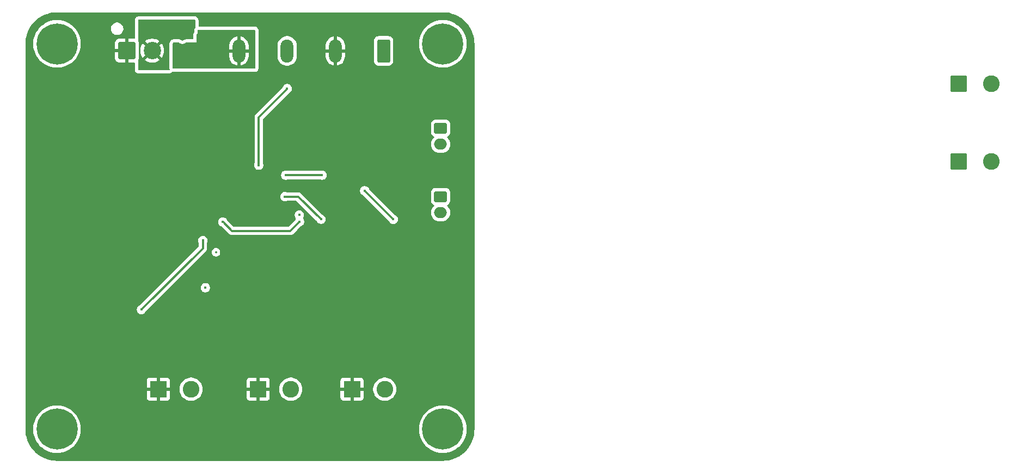
<source format=gbr>
%TF.GenerationSoftware,KiCad,Pcbnew,9.0.1*%
%TF.CreationDate,2025-11-09T21:37:19+01:00*%
%TF.ProjectId,SIGURD,53494755-5244-42e6-9b69-6361645f7063,rev?*%
%TF.SameCoordinates,Original*%
%TF.FileFunction,Copper,L4,Bot*%
%TF.FilePolarity,Positive*%
%FSLAX46Y46*%
G04 Gerber Fmt 4.6, Leading zero omitted, Abs format (unit mm)*
G04 Created by KiCad (PCBNEW 9.0.1) date 2025-11-09 21:37:19*
%MOMM*%
%LPD*%
G01*
G04 APERTURE LIST*
G04 Aperture macros list*
%AMRoundRect*
0 Rectangle with rounded corners*
0 $1 Rounding radius*
0 $2 $3 $4 $5 $6 $7 $8 $9 X,Y pos of 4 corners*
0 Add a 4 corners polygon primitive as box body*
4,1,4,$2,$3,$4,$5,$6,$7,$8,$9,$2,$3,0*
0 Add four circle primitives for the rounded corners*
1,1,$1+$1,$2,$3*
1,1,$1+$1,$4,$5*
1,1,$1+$1,$6,$7*
1,1,$1+$1,$8,$9*
0 Add four rect primitives between the rounded corners*
20,1,$1+$1,$2,$3,$4,$5,0*
20,1,$1+$1,$4,$5,$6,$7,0*
20,1,$1+$1,$6,$7,$8,$9,0*
20,1,$1+$1,$8,$9,$2,$3,0*%
G04 Aperture macros list end*
%TA.AperFunction,ComponentPad*%
%ADD10RoundRect,0.250000X-1.050000X-1.050000X1.050000X-1.050000X1.050000X1.050000X-1.050000X1.050000X0*%
%TD*%
%TA.AperFunction,ComponentPad*%
%ADD11C,2.600000*%
%TD*%
%TA.AperFunction,ComponentPad*%
%ADD12C,2.700000*%
%TD*%
%TA.AperFunction,ComponentPad*%
%ADD13RoundRect,0.250001X-1.099999X-1.099999X1.099999X-1.099999X1.099999X1.099999X-1.099999X1.099999X0*%
%TD*%
%TA.AperFunction,ComponentPad*%
%ADD14RoundRect,0.250000X-0.750000X0.600000X-0.750000X-0.600000X0.750000X-0.600000X0.750000X0.600000X0*%
%TD*%
%TA.AperFunction,ComponentPad*%
%ADD15O,2.000000X1.700000*%
%TD*%
%TA.AperFunction,ComponentPad*%
%ADD16R,2.600000X2.600000*%
%TD*%
%TA.AperFunction,ComponentPad*%
%ADD17C,0.800000*%
%TD*%
%TA.AperFunction,ComponentPad*%
%ADD18C,6.400000*%
%TD*%
%TA.AperFunction,ComponentPad*%
%ADD19RoundRect,0.250000X0.750000X1.550000X-0.750000X1.550000X-0.750000X-1.550000X0.750000X-1.550000X0*%
%TD*%
%TA.AperFunction,ComponentPad*%
%ADD20O,2.000000X3.600000*%
%TD*%
%TA.AperFunction,ViaPad*%
%ADD21C,0.450000*%
%TD*%
%TA.AperFunction,Conductor*%
%ADD22C,0.300000*%
%TD*%
G04 APERTURE END LIST*
D10*
%TO.P,J13,1,Pin_1*%
%TO.N,Earth*%
X215200000Y-93335000D03*
D11*
%TO.P,J13,2,Pin_2*%
%TO.N,/SOL5_OUT*%
X220280000Y-93335000D03*
%TD*%
D10*
%TO.P,J12,1,Pin_1*%
%TO.N,Earth*%
X215200000Y-81210000D03*
D11*
%TO.P,J12,2,Pin_2*%
%TO.N,/SOL4_OUT*%
X220280000Y-81210000D03*
%TD*%
D12*
%TO.P,J1,2,Pin_2*%
%TO.N,VIN*%
X89802500Y-76050000D03*
D13*
%TO.P,J1,1,Pin_1*%
%TO.N,Earth*%
X85842500Y-76050000D03*
%TD*%
D14*
%TO.P,J2,1,Pin_1*%
%TO.N,/CAN_H*%
X134665000Y-88130000D03*
D15*
%TO.P,J2,2,Pin_2*%
%TO.N,/CAN_L*%
X134665000Y-90630000D03*
%TD*%
D16*
%TO.P,J11,1,Pin_1*%
%TO.N,Earth*%
X90764517Y-128770000D03*
D11*
%TO.P,J11,2,Pin_2*%
%TO.N,/SOL3_OUT*%
X95844517Y-128770000D03*
%TD*%
D16*
%TO.P,J10,1,Pin_1*%
%TO.N,Earth*%
X106280000Y-128770000D03*
D11*
%TO.P,J10,2,Pin_2*%
%TO.N,/SOL2_OUT*%
X111360000Y-128770000D03*
%TD*%
D17*
%TO.P,H2,1,1*%
%TO.N,Net-(H2-Pad1)*%
X72600000Y-135000000D03*
X73302944Y-133302944D03*
X73302944Y-136697056D03*
X75000000Y-132600000D03*
D18*
X75000000Y-135000000D03*
D17*
X75000000Y-137400000D03*
X76697056Y-133302944D03*
X76697056Y-136697056D03*
X77400000Y-135000000D03*
%TD*%
%TO.P,H3,1,1*%
%TO.N,Net-(H3-Pad1)*%
X132600000Y-75000000D03*
X133302944Y-73302944D03*
X133302944Y-76697056D03*
X135000000Y-72600000D03*
D18*
X135000000Y-75000000D03*
D17*
X135000000Y-77400000D03*
X136697056Y-73302944D03*
X136697056Y-76697056D03*
X137400000Y-75000000D03*
%TD*%
D19*
%TO.P,J5,1,Pin_1*%
%TO.N,unconnected-(J5-Pin_1-Pad1)*%
X125790000Y-76090000D03*
D20*
%TO.P,J5,2,Pin_2*%
%TO.N,Earth*%
X118290000Y-76090000D03*
%TO.P,J5,3,Pin_3*%
%TO.N,/MOTOR_PWM*%
X110790000Y-76090000D03*
%TO.P,J5,4,Pin_4*%
%TO.N,+10V*%
X103290000Y-76090000D03*
%TD*%
D16*
%TO.P,J9,1,Pin_1*%
%TO.N,Earth*%
X120889517Y-128770000D03*
D11*
%TO.P,J9,2,Pin_2*%
%TO.N,/SOL1_OUT*%
X125969517Y-128770000D03*
%TD*%
D14*
%TO.P,J3,1,Pin_1*%
%TO.N,/CAN_H*%
X134665000Y-98782500D03*
D15*
%TO.P,J3,2,Pin_2*%
%TO.N,/CAN_L*%
X134665000Y-101282500D03*
%TD*%
D17*
%TO.P,H1,1,1*%
%TO.N,Net-(H1-Pad1)*%
X72600000Y-75000000D03*
X73302944Y-73302944D03*
X73302944Y-76697056D03*
X75000000Y-72600000D03*
D18*
X75000000Y-75000000D03*
D17*
X75000000Y-77400000D03*
X76697056Y-73302944D03*
X76697056Y-76697056D03*
X77400000Y-75000000D03*
%TD*%
%TO.P,H4,1,1*%
%TO.N,Net-(H4-Pad1)*%
X132600000Y-135000000D03*
X133302944Y-133302944D03*
X133302944Y-136697056D03*
X135000000Y-132600000D03*
D18*
X135000000Y-135000000D03*
D17*
X135000000Y-137400000D03*
X136697056Y-133302944D03*
X136697056Y-136697056D03*
X137400000Y-135000000D03*
%TD*%
D21*
%TO.N,+3V3*%
X112680000Y-101640000D03*
X100775000Y-102725000D03*
X112720000Y-102680000D03*
%TO.N,Earth*%
X96225000Y-86325000D03*
X115490000Y-91480000D03*
X84260000Y-112300000D03*
X127280000Y-135020000D03*
X83475000Y-89000000D03*
X122800000Y-110600000D03*
X118280000Y-73240000D03*
X99200000Y-79950000D03*
X88350000Y-87125000D03*
X135920000Y-113080000D03*
X127210000Y-110310000D03*
X124444517Y-108580000D03*
X83650000Y-76050000D03*
X94410000Y-108775000D03*
X92600000Y-86100000D03*
X111500000Y-93710000D03*
X110110000Y-102200000D03*
X118760000Y-94500000D03*
X135000000Y-83100000D03*
X91925000Y-82725000D03*
X84350000Y-83100000D03*
X116340000Y-76130000D03*
X91260000Y-111850000D03*
X82650000Y-135000000D03*
X109930483Y-108875000D03*
X85850000Y-78250000D03*
X98050000Y-81250000D03*
X75020000Y-82630000D03*
X102340000Y-99590000D03*
X120440000Y-76090000D03*
X126980000Y-99060000D03*
X113290000Y-90480000D03*
X81320000Y-116910000D03*
X135910000Y-108610000D03*
%TO.N,+10V*%
X98070000Y-112964151D03*
%TO.N,/SOL3_SENSE*%
X88130000Y-116380000D03*
X97680000Y-105610000D03*
%TO.N,/NRST*%
X116210000Y-95440000D03*
X122855000Y-97875000D03*
X127295000Y-102315000D03*
X110580000Y-95440000D03*
%TO.N,/SW_DIO*%
X110434517Y-98785483D03*
X116060000Y-102310000D03*
%TO.N,/MOTOR_PWM*%
X106370000Y-93900000D03*
X110790000Y-81970000D03*
%TO.N,VIN*%
X92940000Y-73110000D03*
X96130000Y-73080000D03*
X94510000Y-71770000D03*
X94500000Y-74260000D03*
%TD*%
D22*
%TO.N,+3V3*%
X111825000Y-103600000D02*
X111300000Y-104125000D01*
X100825000Y-102725000D02*
X100775000Y-102725000D01*
X112720000Y-102680000D02*
X111825000Y-103575000D01*
X111825000Y-103575000D02*
X111825000Y-103600000D01*
X111300000Y-104125000D02*
X102225000Y-104125000D01*
X102225000Y-104125000D02*
X100825000Y-102725000D01*
%TO.N,/SOL3_SENSE*%
X97680000Y-106830000D02*
X88130000Y-116380000D01*
X97680000Y-105610000D02*
X97680000Y-106830000D01*
%TO.N,/NRST*%
X127295000Y-102315000D02*
X122855000Y-97875000D01*
X116210000Y-95440000D02*
X110580000Y-95440000D01*
%TO.N,/SW_DIO*%
X116050000Y-102310000D02*
X112525483Y-98785483D01*
X116060000Y-102310000D02*
X116050000Y-102310000D01*
X112525483Y-98785483D02*
X110434517Y-98785483D01*
%TO.N,/MOTOR_PWM*%
X110790000Y-82030000D02*
X106370000Y-86450000D01*
X110790000Y-81970000D02*
X110790000Y-82030000D01*
X106370000Y-86450000D02*
X106370000Y-93900000D01*
%TO.N,/SOL3*%
X99724517Y-107444517D02*
X99730000Y-107450000D01*
%TD*%
%TA.AperFunction,Conductor*%
%TO.N,VIN*%
G36*
X96443039Y-71219685D02*
G01*
X96488794Y-71272489D01*
X96500000Y-71324000D01*
X96500000Y-72462290D01*
X96480315Y-72529329D01*
X96473927Y-72538357D01*
X96450517Y-72568493D01*
X96450508Y-72568507D01*
X96379323Y-72693521D01*
X96379321Y-72693525D01*
X96346233Y-72833551D01*
X96346232Y-72833559D01*
X96342263Y-72877912D01*
X96342263Y-72877922D01*
X96340007Y-72903140D01*
X96340006Y-72903141D01*
X96347709Y-73046815D01*
X96349503Y-73055836D01*
X96349897Y-73065502D01*
X96349614Y-73066631D01*
X96350000Y-73070544D01*
X96350000Y-73089449D01*
X96347616Y-73113646D01*
X96343925Y-73132197D01*
X96336870Y-73155453D01*
X96329634Y-73172922D01*
X96318178Y-73194355D01*
X96300633Y-73220615D01*
X96297799Y-73224900D01*
X96296639Y-73226674D01*
X96294435Y-73230071D01*
X96234663Y-73360950D01*
X96214976Y-73427995D01*
X96194500Y-73570414D01*
X96194500Y-74170500D01*
X96174815Y-74237539D01*
X96122011Y-74283294D01*
X96070500Y-74294500D01*
X95035313Y-74294500D01*
X95030745Y-74294521D01*
X95028532Y-74294541D01*
X95025165Y-74294586D01*
X95024069Y-74294601D01*
X94882056Y-74317613D01*
X94815370Y-74338494D01*
X94685584Y-74400588D01*
X94685579Y-74400590D01*
X94614364Y-74448174D01*
X94592929Y-74459632D01*
X94575453Y-74466871D01*
X94552197Y-74473925D01*
X94533647Y-74477616D01*
X94509453Y-74480000D01*
X94490549Y-74480000D01*
X94466351Y-74477616D01*
X94461799Y-74476710D01*
X94447800Y-74473925D01*
X94424552Y-74466872D01*
X94407078Y-74459635D01*
X94385634Y-74448174D01*
X94314500Y-74400644D01*
X94314481Y-74400631D01*
X94314419Y-74400590D01*
X94310545Y-74398027D01*
X94310462Y-74397972D01*
X94308645Y-74396782D01*
X94305021Y-74394431D01*
X94305018Y-74394430D01*
X94174152Y-74334664D01*
X94174147Y-74334662D01*
X94174146Y-74334662D01*
X94107107Y-74314977D01*
X94107109Y-74314977D01*
X94107104Y-74314976D01*
X94045034Y-74306052D01*
X93964687Y-74294500D01*
X93124000Y-74294500D01*
X93123991Y-74294500D01*
X93123990Y-74294501D01*
X93016549Y-74306052D01*
X93016537Y-74306054D01*
X92965027Y-74317260D01*
X92862502Y-74351383D01*
X92862496Y-74351386D01*
X92741462Y-74429171D01*
X92741451Y-74429179D01*
X92688659Y-74474923D01*
X92594433Y-74583664D01*
X92594430Y-74583668D01*
X92534664Y-74714534D01*
X92534662Y-74714541D01*
X92514977Y-74781580D01*
X92514976Y-74781584D01*
X92494500Y-74924000D01*
X92494500Y-75211733D01*
X92494500Y-76070846D01*
X92494500Y-76968265D01*
X92494500Y-78736000D01*
X92494501Y-78736009D01*
X92506052Y-78843450D01*
X92506054Y-78843462D01*
X92517259Y-78894966D01*
X92531196Y-78936842D01*
X92533689Y-79006667D01*
X92498036Y-79066756D01*
X92435557Y-79098030D01*
X92413541Y-79100000D01*
X87724000Y-79100000D01*
X87656961Y-79080315D01*
X87611206Y-79027511D01*
X87600000Y-78976000D01*
X87600000Y-77548783D01*
X87610275Y-77499360D01*
X87613807Y-77491231D01*
X87627314Y-77469334D01*
X87682499Y-77302797D01*
X87693000Y-77200008D01*
X87693000Y-75928751D01*
X87952500Y-75928751D01*
X87952500Y-76171248D01*
X87952501Y-76171264D01*
X87984153Y-76411687D01*
X88046921Y-76645939D01*
X88139720Y-76869978D01*
X88139727Y-76869992D01*
X88260981Y-77080010D01*
X88329561Y-77169384D01*
X89048384Y-76450560D01*
X89049240Y-76452626D01*
X89142262Y-76591844D01*
X89260656Y-76710238D01*
X89399874Y-76803260D01*
X89401937Y-76804114D01*
X88683114Y-77522936D01*
X88683114Y-77522937D01*
X88772489Y-77591517D01*
X88772496Y-77591522D01*
X88982507Y-77712772D01*
X88982521Y-77712779D01*
X89206560Y-77805578D01*
X89440812Y-77868346D01*
X89681235Y-77899998D01*
X89681252Y-77900000D01*
X89923748Y-77900000D01*
X89923764Y-77899998D01*
X90164187Y-77868346D01*
X90398439Y-77805578D01*
X90622478Y-77712779D01*
X90622492Y-77712772D01*
X90832516Y-77591515D01*
X90921884Y-77522939D01*
X90921884Y-77522936D01*
X90203062Y-76804114D01*
X90205126Y-76803260D01*
X90344344Y-76710238D01*
X90462738Y-76591844D01*
X90555760Y-76452626D01*
X90556614Y-76450562D01*
X91275436Y-77169384D01*
X91275439Y-77169384D01*
X91344015Y-77080016D01*
X91465272Y-76869992D01*
X91465279Y-76869978D01*
X91558078Y-76645939D01*
X91620846Y-76411687D01*
X91652498Y-76171264D01*
X91652500Y-76171248D01*
X91652500Y-75928751D01*
X91652498Y-75928735D01*
X91620846Y-75688312D01*
X91558078Y-75454060D01*
X91465279Y-75230021D01*
X91465272Y-75230007D01*
X91344022Y-75019996D01*
X91344017Y-75019989D01*
X91275437Y-74930614D01*
X91275436Y-74930614D01*
X90556614Y-75649436D01*
X90555760Y-75647374D01*
X90462738Y-75508156D01*
X90344344Y-75389762D01*
X90205126Y-75296740D01*
X90203060Y-75295884D01*
X90921884Y-74577061D01*
X90832510Y-74508481D01*
X90622492Y-74387227D01*
X90622478Y-74387220D01*
X90398439Y-74294421D01*
X90164187Y-74231653D01*
X89923764Y-74200001D01*
X89923748Y-74200000D01*
X89681252Y-74200000D01*
X89681235Y-74200001D01*
X89440812Y-74231653D01*
X89206560Y-74294421D01*
X88982521Y-74387220D01*
X88982506Y-74387227D01*
X88772490Y-74508480D01*
X88683114Y-74577060D01*
X88683114Y-74577061D01*
X89401938Y-75295885D01*
X89399874Y-75296740D01*
X89260656Y-75389762D01*
X89142262Y-75508156D01*
X89049240Y-75647374D01*
X89048385Y-75649438D01*
X88329561Y-74930614D01*
X88329560Y-74930614D01*
X88260980Y-75019990D01*
X88139727Y-75230006D01*
X88139720Y-75230021D01*
X88046921Y-75454060D01*
X87984153Y-75688312D01*
X87952501Y-75928735D01*
X87952500Y-75928751D01*
X87693000Y-75928751D01*
X87693000Y-74899992D01*
X87682499Y-74797203D01*
X87627314Y-74630666D01*
X87613810Y-74608773D01*
X87610275Y-74600638D01*
X87607326Y-74577050D01*
X87600000Y-74551216D01*
X87600000Y-71324000D01*
X87619685Y-71256961D01*
X87672489Y-71211206D01*
X87724000Y-71200000D01*
X96376000Y-71200000D01*
X96443039Y-71219685D01*
G37*
%TD.AperFunction*%
%TD*%
%TA.AperFunction,Conductor*%
%TO.N,+10V*%
G36*
X105783039Y-72819685D02*
G01*
X105828794Y-72872489D01*
X105840000Y-72924000D01*
X105840000Y-78736000D01*
X105820315Y-78803039D01*
X105767511Y-78848794D01*
X105716000Y-78860000D01*
X93124000Y-78860000D01*
X93056961Y-78840315D01*
X93011206Y-78787511D01*
X93000000Y-78736000D01*
X93000000Y-75171947D01*
X101790000Y-75171947D01*
X101790000Y-75840000D01*
X102635879Y-75840000D01*
X102616901Y-75885818D01*
X102590000Y-76021056D01*
X102590000Y-76158944D01*
X102616901Y-76294182D01*
X102635879Y-76340000D01*
X101790000Y-76340000D01*
X101790000Y-77008052D01*
X101826934Y-77241247D01*
X101899897Y-77465802D01*
X102007085Y-77676171D01*
X102145866Y-77867186D01*
X102312813Y-78034133D01*
X102503828Y-78172914D01*
X102714195Y-78280102D01*
X102938744Y-78353063D01*
X102938750Y-78353065D01*
X103040000Y-78369101D01*
X103040000Y-76744120D01*
X103085818Y-76763099D01*
X103221056Y-76790000D01*
X103358944Y-76790000D01*
X103494182Y-76763099D01*
X103540000Y-76744120D01*
X103540000Y-78369100D01*
X103641249Y-78353065D01*
X103641255Y-78353063D01*
X103865804Y-78280102D01*
X104076171Y-78172914D01*
X104267186Y-78034133D01*
X104434133Y-77867186D01*
X104572914Y-77676171D01*
X104680102Y-77465802D01*
X104753065Y-77241247D01*
X104790000Y-77008052D01*
X104790000Y-76340000D01*
X103944121Y-76340000D01*
X103963099Y-76294182D01*
X103990000Y-76158944D01*
X103990000Y-76021056D01*
X103963099Y-75885818D01*
X103944121Y-75840000D01*
X104790000Y-75840000D01*
X104790000Y-75171947D01*
X104753065Y-74938752D01*
X104680102Y-74714197D01*
X104572914Y-74503828D01*
X104434133Y-74312813D01*
X104267186Y-74145866D01*
X104076171Y-74007085D01*
X103865802Y-73899897D01*
X103641247Y-73826934D01*
X103540000Y-73810897D01*
X103540000Y-75435879D01*
X103494182Y-75416901D01*
X103358944Y-75390000D01*
X103221056Y-75390000D01*
X103085818Y-75416901D01*
X103040000Y-75435879D01*
X103040000Y-73810897D01*
X102938752Y-73826934D01*
X102714197Y-73899897D01*
X102503828Y-74007085D01*
X102312813Y-74145866D01*
X102145866Y-74312813D01*
X102007085Y-74503828D01*
X101899897Y-74714197D01*
X101826934Y-74938752D01*
X101790000Y-75171947D01*
X93000000Y-75171947D01*
X93000000Y-74924000D01*
X93019685Y-74856961D01*
X93072489Y-74811206D01*
X93124000Y-74800000D01*
X93964687Y-74800000D01*
X94031726Y-74819685D01*
X94033578Y-74820898D01*
X94156340Y-74902925D01*
X94156346Y-74902928D01*
X94156347Y-74902929D01*
X94288380Y-74957619D01*
X94288384Y-74957619D01*
X94288385Y-74957620D01*
X94428542Y-74985500D01*
X94428545Y-74985500D01*
X94571457Y-74985500D01*
X94665751Y-74966742D01*
X94711620Y-74957619D01*
X94843653Y-74902929D01*
X94843659Y-74902925D01*
X94966422Y-74820898D01*
X95033100Y-74800020D01*
X95035313Y-74800000D01*
X96700000Y-74800000D01*
X96700000Y-73570413D01*
X96719685Y-73503374D01*
X96720868Y-73501566D01*
X96772929Y-73423653D01*
X96827619Y-73291620D01*
X96855500Y-73151455D01*
X96855500Y-73008545D01*
X96855500Y-73008542D01*
X96843495Y-72948192D01*
X96849722Y-72878601D01*
X96892584Y-72823423D01*
X96958474Y-72800178D01*
X96965112Y-72800000D01*
X105716000Y-72800000D01*
X105783039Y-72819685D01*
G37*
%TD.AperFunction*%
%TD*%
%TA.AperFunction,Conductor*%
%TO.N,Earth*%
G36*
X135002702Y-70075618D02*
G01*
X135016221Y-70076208D01*
X135423810Y-70094003D01*
X135434547Y-70094943D01*
X135849771Y-70149608D01*
X135860397Y-70151481D01*
X136269286Y-70242130D01*
X136279698Y-70244919D01*
X136679132Y-70370861D01*
X136689267Y-70374550D01*
X137076191Y-70534819D01*
X137085982Y-70539385D01*
X137457442Y-70732755D01*
X137466809Y-70738162D01*
X137487567Y-70751387D01*
X137820014Y-70963179D01*
X137828875Y-70969384D01*
X138161115Y-71224320D01*
X138169402Y-71231274D01*
X138478155Y-71514195D01*
X138485804Y-71521844D01*
X138768725Y-71830597D01*
X138775679Y-71838884D01*
X139030615Y-72171124D01*
X139036820Y-72179985D01*
X139261836Y-72533189D01*
X139267244Y-72542557D01*
X139460611Y-72914010D01*
X139465183Y-72923814D01*
X139625443Y-73310717D01*
X139629142Y-73320880D01*
X139713369Y-73588013D01*
X139755074Y-73720282D01*
X139757874Y-73730732D01*
X139848515Y-74139589D01*
X139850393Y-74150242D01*
X139905054Y-74565432D01*
X139905997Y-74576208D01*
X139924382Y-74997297D01*
X139924500Y-75002706D01*
X139924500Y-134997293D01*
X139924382Y-135002702D01*
X139905997Y-135423791D01*
X139905054Y-135434567D01*
X139850393Y-135849757D01*
X139848515Y-135860410D01*
X139757874Y-136269267D01*
X139755074Y-136279717D01*
X139629143Y-136679117D01*
X139625443Y-136689282D01*
X139465183Y-137076185D01*
X139460611Y-137085989D01*
X139267244Y-137457442D01*
X139261836Y-137466810D01*
X139036820Y-137820014D01*
X139030615Y-137828875D01*
X138775679Y-138161115D01*
X138768725Y-138169402D01*
X138485804Y-138478155D01*
X138478155Y-138485804D01*
X138169402Y-138768725D01*
X138161115Y-138775679D01*
X137828875Y-139030615D01*
X137820014Y-139036820D01*
X137466810Y-139261836D01*
X137457442Y-139267244D01*
X137085989Y-139460611D01*
X137076185Y-139465183D01*
X136689282Y-139625443D01*
X136679117Y-139629143D01*
X136279717Y-139755074D01*
X136269267Y-139757874D01*
X135860410Y-139848515D01*
X135849757Y-139850393D01*
X135434567Y-139905054D01*
X135423791Y-139905997D01*
X135002703Y-139924382D01*
X134997294Y-139924500D01*
X75002706Y-139924500D01*
X74997297Y-139924382D01*
X74576208Y-139905997D01*
X74565432Y-139905054D01*
X74150242Y-139850393D01*
X74139589Y-139848515D01*
X73872531Y-139789310D01*
X73730729Y-139757873D01*
X73720286Y-139755075D01*
X73320880Y-139629142D01*
X73310717Y-139625443D01*
X72923814Y-139465183D01*
X72914010Y-139460611D01*
X72542557Y-139267244D01*
X72533189Y-139261836D01*
X72179985Y-139036820D01*
X72171124Y-139030615D01*
X71838884Y-138775679D01*
X71830597Y-138768725D01*
X71521844Y-138485804D01*
X71514195Y-138478155D01*
X71231274Y-138169402D01*
X71224320Y-138161115D01*
X70969384Y-137828875D01*
X70963179Y-137820014D01*
X70738163Y-137466810D01*
X70732755Y-137457442D01*
X70539388Y-137085989D01*
X70534816Y-137076185D01*
X70463801Y-136904738D01*
X70374550Y-136689267D01*
X70370861Y-136679132D01*
X70244919Y-136279698D01*
X70242130Y-136269286D01*
X70151481Y-135860397D01*
X70149608Y-135849771D01*
X70094943Y-135434547D01*
X70094003Y-135423810D01*
X70075618Y-135002701D01*
X70075500Y-134997293D01*
X70075500Y-134818209D01*
X71299500Y-134818209D01*
X71299500Y-135181790D01*
X71335137Y-135543630D01*
X71406064Y-135900212D01*
X71406067Y-135900223D01*
X71511614Y-136248165D01*
X71650754Y-136584078D01*
X71650756Y-136584083D01*
X71822140Y-136904720D01*
X71822151Y-136904738D01*
X72024140Y-137207035D01*
X72024150Y-137207049D01*
X72254807Y-137488106D01*
X72511893Y-137745192D01*
X72511898Y-137745196D01*
X72511899Y-137745197D01*
X72792956Y-137975854D01*
X73095268Y-138177853D01*
X73095277Y-138177858D01*
X73095279Y-138177859D01*
X73415916Y-138349243D01*
X73415918Y-138349243D01*
X73415924Y-138349247D01*
X73751836Y-138488386D01*
X74099767Y-138593930D01*
X74099773Y-138593931D01*
X74099776Y-138593932D01*
X74099787Y-138593935D01*
X74456369Y-138664862D01*
X74818206Y-138700500D01*
X74818209Y-138700500D01*
X75181791Y-138700500D01*
X75181794Y-138700500D01*
X75543631Y-138664862D01*
X75613045Y-138651054D01*
X75900212Y-138593935D01*
X75900223Y-138593932D01*
X75900223Y-138593931D01*
X75900233Y-138593930D01*
X76248164Y-138488386D01*
X76584076Y-138349247D01*
X76904732Y-138177853D01*
X77207044Y-137975854D01*
X77488101Y-137745197D01*
X77745197Y-137488101D01*
X77975854Y-137207044D01*
X78177853Y-136904732D01*
X78349247Y-136584076D01*
X78488386Y-136248164D01*
X78593930Y-135900233D01*
X78593932Y-135900223D01*
X78593935Y-135900212D01*
X78664862Y-135543630D01*
X78700500Y-135181790D01*
X78700500Y-134818209D01*
X131299500Y-134818209D01*
X131299500Y-135181790D01*
X131335137Y-135543630D01*
X131406064Y-135900212D01*
X131406067Y-135900223D01*
X131511614Y-136248165D01*
X131650754Y-136584078D01*
X131650756Y-136584083D01*
X131822140Y-136904720D01*
X131822151Y-136904738D01*
X132024140Y-137207035D01*
X132024150Y-137207049D01*
X132254807Y-137488106D01*
X132511893Y-137745192D01*
X132511898Y-137745196D01*
X132511899Y-137745197D01*
X132792956Y-137975854D01*
X133095268Y-138177853D01*
X133095277Y-138177858D01*
X133095279Y-138177859D01*
X133415916Y-138349243D01*
X133415918Y-138349243D01*
X133415924Y-138349247D01*
X133751836Y-138488386D01*
X134099767Y-138593930D01*
X134099773Y-138593931D01*
X134099776Y-138593932D01*
X134099787Y-138593935D01*
X134456369Y-138664862D01*
X134818206Y-138700500D01*
X134818209Y-138700500D01*
X135181791Y-138700500D01*
X135181794Y-138700500D01*
X135543631Y-138664862D01*
X135613045Y-138651054D01*
X135900212Y-138593935D01*
X135900223Y-138593932D01*
X135900223Y-138593931D01*
X135900233Y-138593930D01*
X136248164Y-138488386D01*
X136584076Y-138349247D01*
X136904732Y-138177853D01*
X137207044Y-137975854D01*
X137488101Y-137745197D01*
X137745197Y-137488101D01*
X137975854Y-137207044D01*
X138177853Y-136904732D01*
X138349247Y-136584076D01*
X138488386Y-136248164D01*
X138593930Y-135900233D01*
X138593932Y-135900223D01*
X138593935Y-135900212D01*
X138664862Y-135543630D01*
X138700500Y-135181790D01*
X138700500Y-134818209D01*
X138664862Y-134456369D01*
X138593935Y-134099787D01*
X138593932Y-134099776D01*
X138593931Y-134099773D01*
X138593930Y-134099767D01*
X138488386Y-133751836D01*
X138349247Y-133415924D01*
X138177853Y-133095268D01*
X137975854Y-132792956D01*
X137745197Y-132511899D01*
X137745196Y-132511898D01*
X137745192Y-132511893D01*
X137488106Y-132254807D01*
X137207049Y-132024150D01*
X137207048Y-132024149D01*
X137207044Y-132024146D01*
X136904732Y-131822147D01*
X136904727Y-131822144D01*
X136904720Y-131822140D01*
X136584083Y-131650756D01*
X136584078Y-131650754D01*
X136248165Y-131511614D01*
X135900223Y-131406067D01*
X135900212Y-131406064D01*
X135543630Y-131335137D01*
X135271111Y-131308296D01*
X135181794Y-131299500D01*
X134818206Y-131299500D01*
X134735679Y-131307628D01*
X134456369Y-131335137D01*
X134099787Y-131406064D01*
X134099776Y-131406067D01*
X133751834Y-131511614D01*
X133415921Y-131650754D01*
X133415916Y-131650756D01*
X133095279Y-131822140D01*
X133095261Y-131822151D01*
X132792964Y-132024140D01*
X132792950Y-132024150D01*
X132511893Y-132254807D01*
X132254807Y-132511893D01*
X132024150Y-132792950D01*
X132024140Y-132792964D01*
X131822151Y-133095261D01*
X131822140Y-133095279D01*
X131650756Y-133415916D01*
X131650754Y-133415921D01*
X131511614Y-133751834D01*
X131406067Y-134099776D01*
X131406064Y-134099787D01*
X131335137Y-134456369D01*
X131299500Y-134818209D01*
X78700500Y-134818209D01*
X78664862Y-134456369D01*
X78593935Y-134099787D01*
X78593932Y-134099776D01*
X78593931Y-134099773D01*
X78593930Y-134099767D01*
X78488386Y-133751836D01*
X78349247Y-133415924D01*
X78177853Y-133095268D01*
X77975854Y-132792956D01*
X77745197Y-132511899D01*
X77745196Y-132511898D01*
X77745192Y-132511893D01*
X77488106Y-132254807D01*
X77207049Y-132024150D01*
X77207048Y-132024149D01*
X77207044Y-132024146D01*
X76904732Y-131822147D01*
X76904727Y-131822144D01*
X76904720Y-131822140D01*
X76584083Y-131650756D01*
X76584078Y-131650754D01*
X76248165Y-131511614D01*
X75900223Y-131406067D01*
X75900212Y-131406064D01*
X75543630Y-131335137D01*
X75271111Y-131308296D01*
X75181794Y-131299500D01*
X74818206Y-131299500D01*
X74735679Y-131307628D01*
X74456369Y-131335137D01*
X74099787Y-131406064D01*
X74099776Y-131406067D01*
X73751834Y-131511614D01*
X73415921Y-131650754D01*
X73415916Y-131650756D01*
X73095279Y-131822140D01*
X73095261Y-131822151D01*
X72792964Y-132024140D01*
X72792950Y-132024150D01*
X72511893Y-132254807D01*
X72254807Y-132511893D01*
X72024150Y-132792950D01*
X72024140Y-132792964D01*
X71822151Y-133095261D01*
X71822140Y-133095279D01*
X71650756Y-133415916D01*
X71650754Y-133415921D01*
X71511614Y-133751834D01*
X71406067Y-134099776D01*
X71406064Y-134099787D01*
X71335137Y-134456369D01*
X71299500Y-134818209D01*
X70075500Y-134818209D01*
X70075500Y-127422155D01*
X88964517Y-127422155D01*
X88964517Y-128520000D01*
X90164516Y-128520000D01*
X90139496Y-128580402D01*
X90114517Y-128705981D01*
X90114517Y-128834019D01*
X90139496Y-128959598D01*
X90164516Y-129020000D01*
X88964517Y-129020000D01*
X88964517Y-130117844D01*
X88970918Y-130177372D01*
X88970920Y-130177379D01*
X89021162Y-130312086D01*
X89021166Y-130312093D01*
X89107326Y-130427187D01*
X89107329Y-130427190D01*
X89222423Y-130513350D01*
X89222430Y-130513354D01*
X89357137Y-130563596D01*
X89357144Y-130563598D01*
X89416672Y-130569999D01*
X89416689Y-130570000D01*
X90514517Y-130570000D01*
X90514517Y-129370001D01*
X90574919Y-129395021D01*
X90700498Y-129420000D01*
X90828536Y-129420000D01*
X90954115Y-129395021D01*
X91014517Y-129370001D01*
X91014517Y-130570000D01*
X92112345Y-130570000D01*
X92112361Y-130569999D01*
X92171889Y-130563598D01*
X92171896Y-130563596D01*
X92306603Y-130513354D01*
X92306610Y-130513350D01*
X92421704Y-130427190D01*
X92421707Y-130427187D01*
X92507867Y-130312093D01*
X92507871Y-130312086D01*
X92558113Y-130177379D01*
X92558115Y-130177372D01*
X92564516Y-130117844D01*
X92564517Y-130117827D01*
X92564517Y-129020000D01*
X91364518Y-129020000D01*
X91389538Y-128959598D01*
X91414517Y-128834019D01*
X91414517Y-128705981D01*
X91403779Y-128651995D01*
X94044017Y-128651995D01*
X94044017Y-128888004D01*
X94044018Y-128888020D01*
X94074823Y-129122010D01*
X94135911Y-129349993D01*
X94226231Y-129568045D01*
X94226236Y-129568056D01*
X94297194Y-129690957D01*
X94344244Y-129772450D01*
X94344246Y-129772453D01*
X94344247Y-129772454D01*
X94487923Y-129959697D01*
X94487929Y-129959704D01*
X94654812Y-130126587D01*
X94654818Y-130126592D01*
X94842067Y-130270273D01*
X94973435Y-130346118D01*
X95046460Y-130388280D01*
X95046465Y-130388282D01*
X95046468Y-130388284D01*
X95264524Y-130478606D01*
X95492503Y-130539693D01*
X95726506Y-130570500D01*
X95726513Y-130570500D01*
X95962521Y-130570500D01*
X95962528Y-130570500D01*
X96196531Y-130539693D01*
X96424510Y-130478606D01*
X96642566Y-130388284D01*
X96846967Y-130270273D01*
X97034216Y-130126592D01*
X97201109Y-129959699D01*
X97344790Y-129772450D01*
X97462801Y-129568049D01*
X97553123Y-129349993D01*
X97614210Y-129122014D01*
X97645017Y-128888011D01*
X97645017Y-128651989D01*
X97614210Y-128417986D01*
X97553123Y-128190007D01*
X97462801Y-127971951D01*
X97462799Y-127971948D01*
X97462797Y-127971943D01*
X97420635Y-127898918D01*
X97344790Y-127767550D01*
X97201109Y-127580301D01*
X97201104Y-127580295D01*
X97042964Y-127422155D01*
X104480000Y-127422155D01*
X104480000Y-128520000D01*
X105679999Y-128520000D01*
X105654979Y-128580402D01*
X105630000Y-128705981D01*
X105630000Y-128834019D01*
X105654979Y-128959598D01*
X105679999Y-129020000D01*
X104480000Y-129020000D01*
X104480000Y-130117844D01*
X104486401Y-130177372D01*
X104486403Y-130177379D01*
X104536645Y-130312086D01*
X104536649Y-130312093D01*
X104622809Y-130427187D01*
X104622812Y-130427190D01*
X104737906Y-130513350D01*
X104737913Y-130513354D01*
X104872620Y-130563596D01*
X104872627Y-130563598D01*
X104932155Y-130569999D01*
X104932172Y-130570000D01*
X106030000Y-130570000D01*
X106030000Y-129370001D01*
X106090402Y-129395021D01*
X106215981Y-129420000D01*
X106344019Y-129420000D01*
X106469598Y-129395021D01*
X106530000Y-129370001D01*
X106530000Y-130570000D01*
X107627828Y-130570000D01*
X107627844Y-130569999D01*
X107687372Y-130563598D01*
X107687379Y-130563596D01*
X107822086Y-130513354D01*
X107822093Y-130513350D01*
X107937187Y-130427190D01*
X107937190Y-130427187D01*
X108023350Y-130312093D01*
X108023354Y-130312086D01*
X108073596Y-130177379D01*
X108073598Y-130177372D01*
X108079999Y-130117844D01*
X108080000Y-130117827D01*
X108080000Y-129020000D01*
X106880001Y-129020000D01*
X106905021Y-128959598D01*
X106930000Y-128834019D01*
X106930000Y-128705981D01*
X106919262Y-128651995D01*
X109559500Y-128651995D01*
X109559500Y-128888004D01*
X109559501Y-128888020D01*
X109590306Y-129122010D01*
X109651394Y-129349993D01*
X109741714Y-129568045D01*
X109741719Y-129568056D01*
X109812677Y-129690957D01*
X109859727Y-129772450D01*
X109859729Y-129772453D01*
X109859730Y-129772454D01*
X110003406Y-129959697D01*
X110003412Y-129959704D01*
X110170295Y-130126587D01*
X110170301Y-130126592D01*
X110357550Y-130270273D01*
X110488918Y-130346118D01*
X110561943Y-130388280D01*
X110561948Y-130388282D01*
X110561951Y-130388284D01*
X110780007Y-130478606D01*
X111007986Y-130539693D01*
X111241989Y-130570500D01*
X111241996Y-130570500D01*
X111478004Y-130570500D01*
X111478011Y-130570500D01*
X111712014Y-130539693D01*
X111939993Y-130478606D01*
X112158049Y-130388284D01*
X112362450Y-130270273D01*
X112549699Y-130126592D01*
X112716592Y-129959699D01*
X112860273Y-129772450D01*
X112978284Y-129568049D01*
X113068606Y-129349993D01*
X113129693Y-129122014D01*
X113160500Y-128888011D01*
X113160500Y-128651989D01*
X113129693Y-128417986D01*
X113068606Y-128190007D01*
X112978284Y-127971951D01*
X112978282Y-127971948D01*
X112978280Y-127971943D01*
X112936118Y-127898918D01*
X112860273Y-127767550D01*
X112716592Y-127580301D01*
X112716587Y-127580295D01*
X112558447Y-127422155D01*
X119089517Y-127422155D01*
X119089517Y-128520000D01*
X120289516Y-128520000D01*
X120264496Y-128580402D01*
X120239517Y-128705981D01*
X120239517Y-128834019D01*
X120264496Y-128959598D01*
X120289516Y-129020000D01*
X119089517Y-129020000D01*
X119089517Y-130117844D01*
X119095918Y-130177372D01*
X119095920Y-130177379D01*
X119146162Y-130312086D01*
X119146166Y-130312093D01*
X119232326Y-130427187D01*
X119232329Y-130427190D01*
X119347423Y-130513350D01*
X119347430Y-130513354D01*
X119482137Y-130563596D01*
X119482144Y-130563598D01*
X119541672Y-130569999D01*
X119541689Y-130570000D01*
X120639517Y-130570000D01*
X120639517Y-129370001D01*
X120699919Y-129395021D01*
X120825498Y-129420000D01*
X120953536Y-129420000D01*
X121079115Y-129395021D01*
X121139517Y-129370001D01*
X121139517Y-130570000D01*
X122237345Y-130570000D01*
X122237361Y-130569999D01*
X122296889Y-130563598D01*
X122296896Y-130563596D01*
X122431603Y-130513354D01*
X122431610Y-130513350D01*
X122546704Y-130427190D01*
X122546707Y-130427187D01*
X122632867Y-130312093D01*
X122632871Y-130312086D01*
X122683113Y-130177379D01*
X122683115Y-130177372D01*
X122689516Y-130117844D01*
X122689517Y-130117827D01*
X122689517Y-129020000D01*
X121489518Y-129020000D01*
X121514538Y-128959598D01*
X121539517Y-128834019D01*
X121539517Y-128705981D01*
X121528779Y-128651995D01*
X124169017Y-128651995D01*
X124169017Y-128888004D01*
X124169018Y-128888020D01*
X124199823Y-129122010D01*
X124260911Y-129349993D01*
X124351231Y-129568045D01*
X124351236Y-129568056D01*
X124422194Y-129690957D01*
X124469244Y-129772450D01*
X124469246Y-129772453D01*
X124469247Y-129772454D01*
X124612923Y-129959697D01*
X124612929Y-129959704D01*
X124779812Y-130126587D01*
X124779818Y-130126592D01*
X124967067Y-130270273D01*
X125098435Y-130346118D01*
X125171460Y-130388280D01*
X125171465Y-130388282D01*
X125171468Y-130388284D01*
X125389524Y-130478606D01*
X125617503Y-130539693D01*
X125851506Y-130570500D01*
X125851513Y-130570500D01*
X126087521Y-130570500D01*
X126087528Y-130570500D01*
X126321531Y-130539693D01*
X126549510Y-130478606D01*
X126767566Y-130388284D01*
X126971967Y-130270273D01*
X127159216Y-130126592D01*
X127326109Y-129959699D01*
X127469790Y-129772450D01*
X127587801Y-129568049D01*
X127678123Y-129349993D01*
X127739210Y-129122014D01*
X127770017Y-128888011D01*
X127770017Y-128651989D01*
X127739210Y-128417986D01*
X127678123Y-128190007D01*
X127587801Y-127971951D01*
X127587799Y-127971948D01*
X127587797Y-127971943D01*
X127545635Y-127898918D01*
X127469790Y-127767550D01*
X127326109Y-127580301D01*
X127326104Y-127580295D01*
X127159221Y-127413412D01*
X127159214Y-127413406D01*
X126971971Y-127269730D01*
X126971970Y-127269729D01*
X126971967Y-127269727D01*
X126890474Y-127222677D01*
X126767573Y-127151719D01*
X126767562Y-127151714D01*
X126549510Y-127061394D01*
X126321527Y-127000306D01*
X126087537Y-126969501D01*
X126087534Y-126969500D01*
X126087528Y-126969500D01*
X125851506Y-126969500D01*
X125851500Y-126969500D01*
X125851496Y-126969501D01*
X125617506Y-127000306D01*
X125389523Y-127061394D01*
X125171471Y-127151714D01*
X125171460Y-127151719D01*
X124967062Y-127269730D01*
X124779819Y-127413406D01*
X124779812Y-127413412D01*
X124612929Y-127580295D01*
X124612923Y-127580302D01*
X124469247Y-127767545D01*
X124351236Y-127971943D01*
X124351231Y-127971954D01*
X124260911Y-128190006D01*
X124199823Y-128417989D01*
X124169018Y-128651979D01*
X124169017Y-128651995D01*
X121528779Y-128651995D01*
X121514538Y-128580402D01*
X121489518Y-128520000D01*
X122689517Y-128520000D01*
X122689517Y-127422172D01*
X122689516Y-127422155D01*
X122683115Y-127362627D01*
X122683113Y-127362620D01*
X122632871Y-127227913D01*
X122632867Y-127227906D01*
X122546707Y-127112812D01*
X122546704Y-127112809D01*
X122431610Y-127026649D01*
X122431603Y-127026645D01*
X122296896Y-126976403D01*
X122296889Y-126976401D01*
X122237361Y-126970000D01*
X121139517Y-126970000D01*
X121139517Y-128169998D01*
X121079115Y-128144979D01*
X120953536Y-128120000D01*
X120825498Y-128120000D01*
X120699919Y-128144979D01*
X120639517Y-128169998D01*
X120639517Y-126970000D01*
X119541672Y-126970000D01*
X119482144Y-126976401D01*
X119482137Y-126976403D01*
X119347430Y-127026645D01*
X119347423Y-127026649D01*
X119232329Y-127112809D01*
X119232326Y-127112812D01*
X119146166Y-127227906D01*
X119146162Y-127227913D01*
X119095920Y-127362620D01*
X119095918Y-127362627D01*
X119089517Y-127422155D01*
X112558447Y-127422155D01*
X112549704Y-127413412D01*
X112549697Y-127413406D01*
X112362454Y-127269730D01*
X112362453Y-127269729D01*
X112362450Y-127269727D01*
X112280957Y-127222677D01*
X112158056Y-127151719D01*
X112158045Y-127151714D01*
X111939993Y-127061394D01*
X111712010Y-127000306D01*
X111478020Y-126969501D01*
X111478017Y-126969500D01*
X111478011Y-126969500D01*
X111241989Y-126969500D01*
X111241983Y-126969500D01*
X111241979Y-126969501D01*
X111007989Y-127000306D01*
X110780006Y-127061394D01*
X110561954Y-127151714D01*
X110561943Y-127151719D01*
X110357545Y-127269730D01*
X110170302Y-127413406D01*
X110170295Y-127413412D01*
X110003412Y-127580295D01*
X110003406Y-127580302D01*
X109859730Y-127767545D01*
X109741719Y-127971943D01*
X109741714Y-127971954D01*
X109651394Y-128190006D01*
X109590306Y-128417989D01*
X109559501Y-128651979D01*
X109559500Y-128651995D01*
X106919262Y-128651995D01*
X106905021Y-128580402D01*
X106880001Y-128520000D01*
X108080000Y-128520000D01*
X108080000Y-127422172D01*
X108079999Y-127422155D01*
X108073598Y-127362627D01*
X108073596Y-127362620D01*
X108023354Y-127227913D01*
X108023350Y-127227906D01*
X107937190Y-127112812D01*
X107937187Y-127112809D01*
X107822093Y-127026649D01*
X107822086Y-127026645D01*
X107687379Y-126976403D01*
X107687372Y-126976401D01*
X107627844Y-126970000D01*
X106530000Y-126970000D01*
X106530000Y-128169998D01*
X106469598Y-128144979D01*
X106344019Y-128120000D01*
X106215981Y-128120000D01*
X106090402Y-128144979D01*
X106030000Y-128169998D01*
X106030000Y-126970000D01*
X104932155Y-126970000D01*
X104872627Y-126976401D01*
X104872620Y-126976403D01*
X104737913Y-127026645D01*
X104737906Y-127026649D01*
X104622812Y-127112809D01*
X104622809Y-127112812D01*
X104536649Y-127227906D01*
X104536645Y-127227913D01*
X104486403Y-127362620D01*
X104486401Y-127362627D01*
X104480000Y-127422155D01*
X97042964Y-127422155D01*
X97034221Y-127413412D01*
X97034214Y-127413406D01*
X96846971Y-127269730D01*
X96846970Y-127269729D01*
X96846967Y-127269727D01*
X96765474Y-127222677D01*
X96642573Y-127151719D01*
X96642562Y-127151714D01*
X96424510Y-127061394D01*
X96196527Y-127000306D01*
X95962537Y-126969501D01*
X95962534Y-126969500D01*
X95962528Y-126969500D01*
X95726506Y-126969500D01*
X95726500Y-126969500D01*
X95726496Y-126969501D01*
X95492506Y-127000306D01*
X95264523Y-127061394D01*
X95046471Y-127151714D01*
X95046460Y-127151719D01*
X94842062Y-127269730D01*
X94654819Y-127413406D01*
X94654812Y-127413412D01*
X94487929Y-127580295D01*
X94487923Y-127580302D01*
X94344247Y-127767545D01*
X94226236Y-127971943D01*
X94226231Y-127971954D01*
X94135911Y-128190006D01*
X94074823Y-128417989D01*
X94044018Y-128651979D01*
X94044017Y-128651995D01*
X91403779Y-128651995D01*
X91389538Y-128580402D01*
X91364518Y-128520000D01*
X92564517Y-128520000D01*
X92564517Y-127422172D01*
X92564516Y-127422155D01*
X92558115Y-127362627D01*
X92558113Y-127362620D01*
X92507871Y-127227913D01*
X92507867Y-127227906D01*
X92421707Y-127112812D01*
X92421704Y-127112809D01*
X92306610Y-127026649D01*
X92306603Y-127026645D01*
X92171896Y-126976403D01*
X92171889Y-126976401D01*
X92112361Y-126970000D01*
X91014517Y-126970000D01*
X91014517Y-128169998D01*
X90954115Y-128144979D01*
X90828536Y-128120000D01*
X90700498Y-128120000D01*
X90574919Y-128144979D01*
X90514517Y-128169998D01*
X90514517Y-126970000D01*
X89416672Y-126970000D01*
X89357144Y-126976401D01*
X89357137Y-126976403D01*
X89222430Y-127026645D01*
X89222423Y-127026649D01*
X89107329Y-127112809D01*
X89107326Y-127112812D01*
X89021166Y-127227906D01*
X89021162Y-127227913D01*
X88970920Y-127362620D01*
X88970918Y-127362627D01*
X88964517Y-127422155D01*
X70075500Y-127422155D01*
X70075500Y-116451457D01*
X87404499Y-116451457D01*
X87432379Y-116591614D01*
X87432381Y-116591620D01*
X87487069Y-116723650D01*
X87487074Y-116723659D01*
X87566467Y-116842478D01*
X87566470Y-116842482D01*
X87667517Y-116943529D01*
X87667521Y-116943532D01*
X87786340Y-117022925D01*
X87786346Y-117022928D01*
X87786347Y-117022929D01*
X87918380Y-117077619D01*
X87918384Y-117077619D01*
X87918385Y-117077620D01*
X88058542Y-117105500D01*
X88058545Y-117105500D01*
X88201457Y-117105500D01*
X88295751Y-117086742D01*
X88341620Y-117077619D01*
X88473653Y-117022929D01*
X88592479Y-116943532D01*
X88693532Y-116842479D01*
X88772929Y-116723653D01*
X88810609Y-116632681D01*
X88837485Y-116592459D01*
X92394337Y-113035608D01*
X97344499Y-113035608D01*
X97372379Y-113175765D01*
X97372381Y-113175771D01*
X97427069Y-113307801D01*
X97427074Y-113307810D01*
X97506467Y-113426629D01*
X97506470Y-113426633D01*
X97607517Y-113527680D01*
X97607521Y-113527683D01*
X97726340Y-113607076D01*
X97726346Y-113607079D01*
X97726347Y-113607080D01*
X97858380Y-113661770D01*
X97858384Y-113661770D01*
X97858385Y-113661771D01*
X97998542Y-113689651D01*
X97998545Y-113689651D01*
X98141457Y-113689651D01*
X98235751Y-113670893D01*
X98281620Y-113661770D01*
X98413653Y-113607080D01*
X98532479Y-113527683D01*
X98633532Y-113426630D01*
X98712929Y-113307804D01*
X98767619Y-113175771D01*
X98795500Y-113035606D01*
X98795500Y-112892696D01*
X98795500Y-112892693D01*
X98767620Y-112752536D01*
X98767619Y-112752535D01*
X98767619Y-112752531D01*
X98712929Y-112620498D01*
X98712928Y-112620497D01*
X98712925Y-112620491D01*
X98633532Y-112501672D01*
X98633529Y-112501668D01*
X98532482Y-112400621D01*
X98532478Y-112400618D01*
X98413659Y-112321225D01*
X98413650Y-112321220D01*
X98281620Y-112266532D01*
X98281614Y-112266530D01*
X98141457Y-112238651D01*
X98141455Y-112238651D01*
X97998545Y-112238651D01*
X97998543Y-112238651D01*
X97858385Y-112266530D01*
X97858379Y-112266532D01*
X97726349Y-112321220D01*
X97726340Y-112321225D01*
X97607521Y-112400618D01*
X97607517Y-112400621D01*
X97506470Y-112501668D01*
X97506467Y-112501672D01*
X97427074Y-112620491D01*
X97427069Y-112620500D01*
X97372381Y-112752530D01*
X97372379Y-112752536D01*
X97344500Y-112892693D01*
X97344500Y-112892696D01*
X97344500Y-113035606D01*
X97344500Y-113035608D01*
X97344499Y-113035608D01*
X92394337Y-113035608D01*
X94220272Y-111209673D01*
X98049504Y-107380443D01*
X99074018Y-107380443D01*
X99074018Y-107508590D01*
X99099014Y-107634253D01*
X99099016Y-107634261D01*
X99148051Y-107752642D01*
X99219243Y-107859190D01*
X99219244Y-107859191D01*
X99315327Y-107955272D01*
X99315331Y-107955276D01*
X99315334Y-107955278D01*
X99421866Y-108026461D01*
X99421872Y-108026464D01*
X99421873Y-108026465D01*
X99540256Y-108075501D01*
X99665926Y-108100498D01*
X99665930Y-108100499D01*
X99665931Y-108100499D01*
X99794070Y-108100499D01*
X99794071Y-108100498D01*
X99919744Y-108075501D01*
X100038127Y-108026465D01*
X100144669Y-107955276D01*
X100235276Y-107864669D01*
X100306465Y-107758127D01*
X100355501Y-107639744D01*
X100380499Y-107514069D01*
X100380499Y-107385931D01*
X100355501Y-107260256D01*
X100306465Y-107141873D01*
X100306464Y-107141872D01*
X100306461Y-107141866D01*
X100235278Y-107035334D01*
X100235274Y-107035329D01*
X100139191Y-106939244D01*
X100139190Y-106939243D01*
X100139186Y-106939240D01*
X100032644Y-106868052D01*
X99914261Y-106819016D01*
X99914253Y-106819014D01*
X99788590Y-106794018D01*
X99788586Y-106794018D01*
X99660448Y-106794018D01*
X99660443Y-106794018D01*
X99534780Y-106819014D01*
X99534772Y-106819016D01*
X99416391Y-106868051D01*
X99309843Y-106939243D01*
X99219243Y-107029843D01*
X99148051Y-107136391D01*
X99099016Y-107254772D01*
X99099014Y-107254780D01*
X99074018Y-107380443D01*
X98049504Y-107380443D01*
X98143272Y-107286675D01*
X98185272Y-107244674D01*
X98185272Y-107244673D01*
X98185277Y-107244669D01*
X98256466Y-107138126D01*
X98285189Y-107068779D01*
X98305501Y-107019744D01*
X98330500Y-106894069D01*
X98330500Y-105960040D01*
X98339939Y-105912587D01*
X98377619Y-105821620D01*
X98405500Y-105681455D01*
X98405500Y-105538545D01*
X98405500Y-105538542D01*
X98377620Y-105398385D01*
X98377619Y-105398384D01*
X98377619Y-105398380D01*
X98322929Y-105266347D01*
X98322928Y-105266346D01*
X98322925Y-105266340D01*
X98243532Y-105147521D01*
X98243529Y-105147517D01*
X98142482Y-105046470D01*
X98142478Y-105046467D01*
X98023659Y-104967074D01*
X98023650Y-104967069D01*
X97891620Y-104912381D01*
X97891614Y-104912379D01*
X97751457Y-104884500D01*
X97751455Y-104884500D01*
X97608545Y-104884500D01*
X97608543Y-104884500D01*
X97468385Y-104912379D01*
X97468379Y-104912381D01*
X97336349Y-104967069D01*
X97336340Y-104967074D01*
X97217521Y-105046467D01*
X97217517Y-105046470D01*
X97116470Y-105147517D01*
X97116467Y-105147521D01*
X97037074Y-105266340D01*
X97037069Y-105266349D01*
X96982381Y-105398379D01*
X96982379Y-105398385D01*
X96954500Y-105538542D01*
X96954500Y-105538545D01*
X96954500Y-105681455D01*
X96954500Y-105681457D01*
X96954499Y-105681457D01*
X96982379Y-105821614D01*
X96982381Y-105821620D01*
X97020061Y-105912587D01*
X97029500Y-105960040D01*
X97029500Y-106509191D01*
X97009815Y-106576230D01*
X96993181Y-106596872D01*
X87917542Y-115672510D01*
X87877315Y-115699390D01*
X87786347Y-115737071D01*
X87786340Y-115737074D01*
X87667521Y-115816467D01*
X87667517Y-115816470D01*
X87566470Y-115917517D01*
X87566467Y-115917521D01*
X87487074Y-116036340D01*
X87487069Y-116036349D01*
X87432381Y-116168379D01*
X87432379Y-116168385D01*
X87404500Y-116308542D01*
X87404500Y-116308545D01*
X87404500Y-116451455D01*
X87404500Y-116451457D01*
X87404499Y-116451457D01*
X70075500Y-116451457D01*
X70075500Y-102796457D01*
X100049499Y-102796457D01*
X100077379Y-102936614D01*
X100077381Y-102936620D01*
X100132069Y-103068650D01*
X100132074Y-103068659D01*
X100211466Y-103187477D01*
X100211469Y-103187481D01*
X100312517Y-103288529D01*
X100312521Y-103288532D01*
X100431340Y-103367925D01*
X100431349Y-103367930D01*
X100455734Y-103378030D01*
X100563380Y-103422619D01*
X100575535Y-103425036D01*
X100637446Y-103457420D01*
X100639027Y-103458973D01*
X101810325Y-104630272D01*
X101810326Y-104630273D01*
X101810329Y-104630275D01*
X101810331Y-104630277D01*
X101916873Y-104701465D01*
X102035256Y-104750501D01*
X102035260Y-104750501D01*
X102035261Y-104750502D01*
X102160928Y-104775500D01*
X102160931Y-104775500D01*
X111364071Y-104775500D01*
X111448615Y-104758682D01*
X111489744Y-104750501D01*
X111608127Y-104701465D01*
X111714669Y-104630277D01*
X112330277Y-104014669D01*
X112373831Y-103949482D01*
X112389247Y-103930697D01*
X112932457Y-103387486D01*
X112972677Y-103360611D01*
X113063653Y-103322929D01*
X113182479Y-103243532D01*
X113283532Y-103142479D01*
X113362929Y-103023653D01*
X113417619Y-102891620D01*
X113426742Y-102845751D01*
X113445500Y-102751457D01*
X113445500Y-102608542D01*
X113417620Y-102468385D01*
X113417619Y-102468384D01*
X113417619Y-102468380D01*
X113362929Y-102336347D01*
X113362928Y-102336346D01*
X113362925Y-102336340D01*
X113283532Y-102217521D01*
X113279667Y-102212811D01*
X113281156Y-102211588D01*
X113251948Y-102158098D01*
X113256932Y-102088406D01*
X113270012Y-102062849D01*
X113322925Y-101983659D01*
X113322925Y-101983658D01*
X113322929Y-101983653D01*
X113377619Y-101851620D01*
X113387706Y-101800912D01*
X113405500Y-101711457D01*
X113405500Y-101568542D01*
X113377620Y-101428385D01*
X113377619Y-101428384D01*
X113377619Y-101428380D01*
X113322929Y-101296347D01*
X113322928Y-101296346D01*
X113322925Y-101296340D01*
X113243532Y-101177521D01*
X113243529Y-101177517D01*
X113142482Y-101076470D01*
X113142478Y-101076467D01*
X113023659Y-100997074D01*
X113023650Y-100997069D01*
X112891620Y-100942381D01*
X112891614Y-100942379D01*
X112751457Y-100914500D01*
X112751455Y-100914500D01*
X112608545Y-100914500D01*
X112608543Y-100914500D01*
X112468385Y-100942379D01*
X112468379Y-100942381D01*
X112336349Y-100997069D01*
X112336340Y-100997074D01*
X112217521Y-101076467D01*
X112217517Y-101076470D01*
X112116470Y-101177517D01*
X112116467Y-101177521D01*
X112037074Y-101296340D01*
X112037069Y-101296349D01*
X111982381Y-101428379D01*
X111982379Y-101428385D01*
X111954500Y-101568542D01*
X111954500Y-101568545D01*
X111954500Y-101711455D01*
X111954500Y-101711457D01*
X111954499Y-101711457D01*
X111982379Y-101851614D01*
X111982381Y-101851620D01*
X112037069Y-101983650D01*
X112037074Y-101983659D01*
X112116467Y-102102478D01*
X112120333Y-102107189D01*
X112118843Y-102108411D01*
X112126931Y-102123224D01*
X112142611Y-102143722D01*
X112143403Y-102153389D01*
X112148051Y-102161901D01*
X112146210Y-102187639D01*
X112148318Y-102213358D01*
X112143557Y-102224730D01*
X112143067Y-102231593D01*
X112136328Y-102246553D01*
X112133414Y-102252023D01*
X112077071Y-102336347D01*
X112037096Y-102432851D01*
X112034271Y-102438157D01*
X112027582Y-102444985D01*
X112012509Y-102467544D01*
X111319720Y-103160333D01*
X111301585Y-103187477D01*
X111301583Y-103187481D01*
X111276167Y-103225517D01*
X111260747Y-103244305D01*
X111066871Y-103438182D01*
X111005551Y-103471666D01*
X110979192Y-103474500D01*
X102545808Y-103474500D01*
X102478769Y-103454815D01*
X102458127Y-103438181D01*
X101447133Y-102427187D01*
X101420252Y-102386956D01*
X101417929Y-102381347D01*
X101417924Y-102381340D01*
X101338532Y-102262520D01*
X101237482Y-102161470D01*
X101237478Y-102161467D01*
X101118659Y-102082074D01*
X101118650Y-102082069D01*
X100986620Y-102027381D01*
X100986614Y-102027379D01*
X100846457Y-101999500D01*
X100846455Y-101999500D01*
X100703545Y-101999500D01*
X100703543Y-101999500D01*
X100563385Y-102027379D01*
X100563379Y-102027381D01*
X100431349Y-102082069D01*
X100431340Y-102082074D01*
X100312521Y-102161467D01*
X100312517Y-102161470D01*
X100211470Y-102262517D01*
X100211467Y-102262521D01*
X100132074Y-102381340D01*
X100132069Y-102381349D01*
X100077381Y-102513379D01*
X100077379Y-102513385D01*
X100049500Y-102653542D01*
X100049500Y-102653545D01*
X100049500Y-102796455D01*
X100049500Y-102796457D01*
X100049499Y-102796457D01*
X70075500Y-102796457D01*
X70075500Y-98856940D01*
X109709016Y-98856940D01*
X109736896Y-98997097D01*
X109736898Y-98997103D01*
X109791586Y-99129133D01*
X109791591Y-99129142D01*
X109870984Y-99247961D01*
X109870987Y-99247965D01*
X109972034Y-99349012D01*
X109972038Y-99349015D01*
X110090857Y-99428408D01*
X110090866Y-99428413D01*
X110109142Y-99435983D01*
X110222897Y-99483102D01*
X110222901Y-99483102D01*
X110222902Y-99483103D01*
X110363059Y-99510983D01*
X110363062Y-99510983D01*
X110505974Y-99510983D01*
X110600268Y-99492225D01*
X110646137Y-99483102D01*
X110737104Y-99445421D01*
X110784557Y-99435983D01*
X112204675Y-99435983D01*
X112271714Y-99455668D01*
X112292356Y-99472302D01*
X115359581Y-102539527D01*
X115386461Y-102579755D01*
X115417069Y-102653649D01*
X115417074Y-102653659D01*
X115496467Y-102772478D01*
X115496470Y-102772482D01*
X115597517Y-102873529D01*
X115597521Y-102873532D01*
X115716340Y-102952925D01*
X115716346Y-102952928D01*
X115716347Y-102952929D01*
X115848380Y-103007619D01*
X115848384Y-103007619D01*
X115848385Y-103007620D01*
X115988542Y-103035500D01*
X115988545Y-103035500D01*
X116131457Y-103035500D01*
X116225751Y-103016742D01*
X116271620Y-103007619D01*
X116403653Y-102952929D01*
X116522479Y-102873532D01*
X116623532Y-102772479D01*
X116702929Y-102653653D01*
X116757619Y-102521620D01*
X116776403Y-102427187D01*
X116785500Y-102381457D01*
X116785500Y-102238542D01*
X116757620Y-102098385D01*
X116757619Y-102098384D01*
X116757619Y-102098380D01*
X116702929Y-101966347D01*
X116702928Y-101966346D01*
X116702925Y-101966340D01*
X116623532Y-101847521D01*
X116623529Y-101847517D01*
X116522482Y-101746470D01*
X116522478Y-101746467D01*
X116403659Y-101667074D01*
X116403649Y-101667069D01*
X116295612Y-101622318D01*
X116255384Y-101595438D01*
X112940157Y-98280210D01*
X112940156Y-98280209D01*
X112940152Y-98280206D01*
X112833610Y-98209018D01*
X112715227Y-98159982D01*
X112715221Y-98159980D01*
X112589554Y-98134983D01*
X112589552Y-98134983D01*
X110784557Y-98134983D01*
X110737104Y-98125544D01*
X110646137Y-98087864D01*
X110646131Y-98087862D01*
X110505974Y-98059983D01*
X110505972Y-98059983D01*
X110363062Y-98059983D01*
X110363060Y-98059983D01*
X110222902Y-98087862D01*
X110222896Y-98087864D01*
X110090866Y-98142552D01*
X110090857Y-98142557D01*
X109972038Y-98221950D01*
X109972034Y-98221953D01*
X109870987Y-98323000D01*
X109870984Y-98323004D01*
X109791591Y-98441823D01*
X109791586Y-98441832D01*
X109736898Y-98573862D01*
X109736896Y-98573868D01*
X109709017Y-98714025D01*
X109709017Y-98714028D01*
X109709017Y-98856938D01*
X109709017Y-98856940D01*
X109709016Y-98856940D01*
X70075500Y-98856940D01*
X70075500Y-97946457D01*
X122129499Y-97946457D01*
X122157379Y-98086614D01*
X122157381Y-98086620D01*
X122212069Y-98218650D01*
X122212074Y-98218659D01*
X122291467Y-98337478D01*
X122291470Y-98337482D01*
X122392517Y-98438529D01*
X122392521Y-98438532D01*
X122511340Y-98517925D01*
X122511353Y-98517932D01*
X122602314Y-98555609D01*
X122642543Y-98582489D01*
X126587509Y-102527454D01*
X126614389Y-102567682D01*
X126652069Y-102658649D01*
X126652074Y-102658659D01*
X126731467Y-102777478D01*
X126731470Y-102777482D01*
X126832517Y-102878529D01*
X126832521Y-102878532D01*
X126951340Y-102957925D01*
X126951346Y-102957928D01*
X126951347Y-102957929D01*
X127083380Y-103012619D01*
X127083384Y-103012619D01*
X127083385Y-103012620D01*
X127223542Y-103040500D01*
X127223545Y-103040500D01*
X127366457Y-103040500D01*
X127460751Y-103021742D01*
X127506620Y-103012619D01*
X127638653Y-102957929D01*
X127757479Y-102878532D01*
X127858532Y-102777479D01*
X127937929Y-102658653D01*
X127992619Y-102526620D01*
X128004370Y-102467544D01*
X128020500Y-102386457D01*
X128020500Y-102243542D01*
X127992620Y-102103385D01*
X127992619Y-102103384D01*
X127992619Y-102103380D01*
X127937929Y-101971347D01*
X127937928Y-101971346D01*
X127937925Y-101971340D01*
X127858532Y-101852521D01*
X127858529Y-101852517D01*
X127757482Y-101751470D01*
X127757478Y-101751467D01*
X127638659Y-101672074D01*
X127638649Y-101672069D01*
X127547682Y-101634389D01*
X127507454Y-101607509D01*
X124116961Y-98217015D01*
X124032429Y-98132483D01*
X133164500Y-98132483D01*
X133164500Y-99432501D01*
X133164501Y-99432518D01*
X133175000Y-99535296D01*
X133175001Y-99535299D01*
X133230185Y-99701831D01*
X133230187Y-99701836D01*
X133322289Y-99851157D01*
X133446344Y-99975212D01*
X133601120Y-100070678D01*
X133647845Y-100122626D01*
X133659068Y-100191588D01*
X133631224Y-100255671D01*
X133623706Y-100263898D01*
X133484889Y-100402715D01*
X133359951Y-100574679D01*
X133263444Y-100764085D01*
X133197753Y-100966260D01*
X133164500Y-101176213D01*
X133164500Y-101388786D01*
X133197230Y-101595438D01*
X133197754Y-101598743D01*
X133247378Y-101751470D01*
X133263444Y-101800914D01*
X133359951Y-101990320D01*
X133484890Y-102162286D01*
X133635213Y-102312609D01*
X133807179Y-102437548D01*
X133807181Y-102437549D01*
X133807184Y-102437551D01*
X133996588Y-102534057D01*
X134198757Y-102599746D01*
X134408713Y-102633000D01*
X134408714Y-102633000D01*
X134921286Y-102633000D01*
X134921287Y-102633000D01*
X135131243Y-102599746D01*
X135333412Y-102534057D01*
X135522816Y-102437551D01*
X135592455Y-102386956D01*
X135694786Y-102312609D01*
X135694788Y-102312606D01*
X135694792Y-102312604D01*
X135845104Y-102162292D01*
X135845106Y-102162288D01*
X135845109Y-102162286D01*
X135970048Y-101990320D01*
X135970047Y-101990320D01*
X135970051Y-101990316D01*
X136066557Y-101800912D01*
X136132246Y-101598743D01*
X136165500Y-101388787D01*
X136165500Y-101176213D01*
X136132246Y-100966257D01*
X136066557Y-100764088D01*
X135970051Y-100574684D01*
X135970049Y-100574681D01*
X135970048Y-100574679D01*
X135845109Y-100402713D01*
X135706294Y-100263898D01*
X135672809Y-100202575D01*
X135677793Y-100132883D01*
X135719665Y-100076950D01*
X135728879Y-100070678D01*
X135734331Y-100067314D01*
X135734334Y-100067314D01*
X135883656Y-99975212D01*
X136007712Y-99851156D01*
X136099814Y-99701834D01*
X136154999Y-99535297D01*
X136165500Y-99432509D01*
X136165499Y-98132492D01*
X136154999Y-98029703D01*
X136099814Y-97863166D01*
X136007712Y-97713844D01*
X135883656Y-97589788D01*
X135788911Y-97531349D01*
X135734336Y-97497687D01*
X135734331Y-97497685D01*
X135732862Y-97497198D01*
X135567797Y-97442501D01*
X135567795Y-97442500D01*
X135465010Y-97432000D01*
X133864998Y-97432000D01*
X133864981Y-97432001D01*
X133762203Y-97442500D01*
X133762200Y-97442501D01*
X133595668Y-97497685D01*
X133595663Y-97497687D01*
X133446342Y-97589789D01*
X133322289Y-97713842D01*
X133230187Y-97863163D01*
X133230186Y-97863166D01*
X133175001Y-98029703D01*
X133175001Y-98029704D01*
X133175000Y-98029704D01*
X133164500Y-98132483D01*
X124032429Y-98132483D01*
X123562489Y-97662543D01*
X123535609Y-97622314D01*
X123497932Y-97531353D01*
X123497925Y-97531340D01*
X123418532Y-97412521D01*
X123418529Y-97412517D01*
X123317482Y-97311470D01*
X123317478Y-97311467D01*
X123198659Y-97232074D01*
X123198650Y-97232069D01*
X123066620Y-97177381D01*
X123066614Y-97177379D01*
X122926457Y-97149500D01*
X122926455Y-97149500D01*
X122783545Y-97149500D01*
X122783543Y-97149500D01*
X122643385Y-97177379D01*
X122643379Y-97177381D01*
X122511349Y-97232069D01*
X122511340Y-97232074D01*
X122392521Y-97311467D01*
X122392517Y-97311470D01*
X122291470Y-97412517D01*
X122291467Y-97412521D01*
X122212074Y-97531340D01*
X122212069Y-97531349D01*
X122157381Y-97663379D01*
X122157379Y-97663385D01*
X122129500Y-97803542D01*
X122129500Y-97803545D01*
X122129500Y-97946455D01*
X122129500Y-97946457D01*
X122129499Y-97946457D01*
X70075500Y-97946457D01*
X70075500Y-95511457D01*
X109854499Y-95511457D01*
X109882379Y-95651614D01*
X109882381Y-95651620D01*
X109937069Y-95783650D01*
X109937074Y-95783659D01*
X110016467Y-95902478D01*
X110016470Y-95902482D01*
X110117517Y-96003529D01*
X110117521Y-96003532D01*
X110236340Y-96082925D01*
X110236346Y-96082928D01*
X110236347Y-96082929D01*
X110368380Y-96137619D01*
X110368384Y-96137619D01*
X110368385Y-96137620D01*
X110508542Y-96165500D01*
X110508545Y-96165500D01*
X110651457Y-96165500D01*
X110745751Y-96146742D01*
X110791620Y-96137619D01*
X110882587Y-96099938D01*
X110930040Y-96090500D01*
X115859960Y-96090500D01*
X115907412Y-96099938D01*
X115998380Y-96137619D01*
X115998384Y-96137619D01*
X115998385Y-96137620D01*
X116138542Y-96165500D01*
X116138545Y-96165500D01*
X116281457Y-96165500D01*
X116375751Y-96146742D01*
X116421620Y-96137619D01*
X116553653Y-96082929D01*
X116672479Y-96003532D01*
X116773532Y-95902479D01*
X116852929Y-95783653D01*
X116907619Y-95651620D01*
X116935500Y-95511455D01*
X116935500Y-95368545D01*
X116935500Y-95368542D01*
X116907620Y-95228385D01*
X116907619Y-95228384D01*
X116907619Y-95228380D01*
X116852929Y-95096347D01*
X116852928Y-95096346D01*
X116852925Y-95096340D01*
X116773532Y-94977521D01*
X116773529Y-94977517D01*
X116672482Y-94876470D01*
X116672478Y-94876467D01*
X116553659Y-94797074D01*
X116553650Y-94797069D01*
X116421620Y-94742381D01*
X116421614Y-94742379D01*
X116281457Y-94714500D01*
X116281455Y-94714500D01*
X116138545Y-94714500D01*
X116138543Y-94714500D01*
X115998385Y-94742379D01*
X115998379Y-94742381D01*
X115907413Y-94780061D01*
X115859960Y-94789500D01*
X110930040Y-94789500D01*
X110882587Y-94780061D01*
X110791620Y-94742381D01*
X110791614Y-94742379D01*
X110651457Y-94714500D01*
X110651455Y-94714500D01*
X110508545Y-94714500D01*
X110508543Y-94714500D01*
X110368385Y-94742379D01*
X110368379Y-94742381D01*
X110236349Y-94797069D01*
X110236340Y-94797074D01*
X110117521Y-94876467D01*
X110117517Y-94876470D01*
X110016470Y-94977517D01*
X110016467Y-94977521D01*
X109937074Y-95096340D01*
X109937069Y-95096349D01*
X109882381Y-95228379D01*
X109882379Y-95228385D01*
X109854500Y-95368542D01*
X109854500Y-95368545D01*
X109854500Y-95511455D01*
X109854500Y-95511457D01*
X109854499Y-95511457D01*
X70075500Y-95511457D01*
X70075500Y-93971457D01*
X105644499Y-93971457D01*
X105672379Y-94111614D01*
X105672381Y-94111620D01*
X105727069Y-94243650D01*
X105727074Y-94243659D01*
X105806467Y-94362478D01*
X105806470Y-94362482D01*
X105907517Y-94463529D01*
X105907521Y-94463532D01*
X106026340Y-94542925D01*
X106026346Y-94542928D01*
X106026347Y-94542929D01*
X106158380Y-94597619D01*
X106158384Y-94597619D01*
X106158385Y-94597620D01*
X106298542Y-94625500D01*
X106298545Y-94625500D01*
X106441457Y-94625500D01*
X106535751Y-94606742D01*
X106581620Y-94597619D01*
X106713653Y-94542929D01*
X106832479Y-94463532D01*
X106933532Y-94362479D01*
X107012929Y-94243653D01*
X107067619Y-94111620D01*
X107095500Y-93971455D01*
X107095500Y-93828545D01*
X107095500Y-93828542D01*
X107067620Y-93688385D01*
X107067619Y-93688384D01*
X107067619Y-93688380D01*
X107067617Y-93688375D01*
X107029939Y-93597410D01*
X107020500Y-93549958D01*
X107020500Y-87479983D01*
X133164500Y-87479983D01*
X133164500Y-88780001D01*
X133164501Y-88780018D01*
X133175000Y-88882796D01*
X133175001Y-88882799D01*
X133230185Y-89049331D01*
X133230187Y-89049336D01*
X133322289Y-89198657D01*
X133446344Y-89322712D01*
X133601120Y-89418178D01*
X133647845Y-89470126D01*
X133659068Y-89539088D01*
X133631224Y-89603171D01*
X133623706Y-89611398D01*
X133484889Y-89750215D01*
X133359951Y-89922179D01*
X133263444Y-90111585D01*
X133197753Y-90313760D01*
X133164500Y-90523713D01*
X133164500Y-90736286D01*
X133197753Y-90946239D01*
X133263444Y-91148414D01*
X133359951Y-91337820D01*
X133484890Y-91509786D01*
X133635213Y-91660109D01*
X133807179Y-91785048D01*
X133807181Y-91785049D01*
X133807184Y-91785051D01*
X133996588Y-91881557D01*
X134198757Y-91947246D01*
X134408713Y-91980500D01*
X134408714Y-91980500D01*
X134921286Y-91980500D01*
X134921287Y-91980500D01*
X135131243Y-91947246D01*
X135333412Y-91881557D01*
X135522816Y-91785051D01*
X135544789Y-91769086D01*
X135694786Y-91660109D01*
X135694788Y-91660106D01*
X135694792Y-91660104D01*
X135845104Y-91509792D01*
X135845106Y-91509788D01*
X135845109Y-91509786D01*
X135970048Y-91337820D01*
X135970047Y-91337820D01*
X135970051Y-91337816D01*
X136066557Y-91148412D01*
X136132246Y-90946243D01*
X136165500Y-90736287D01*
X136165500Y-90523713D01*
X136132246Y-90313757D01*
X136066557Y-90111588D01*
X135970051Y-89922184D01*
X135970049Y-89922181D01*
X135970048Y-89922179D01*
X135845109Y-89750213D01*
X135706294Y-89611398D01*
X135672809Y-89550075D01*
X135677793Y-89480383D01*
X135719665Y-89424450D01*
X135728879Y-89418178D01*
X135734331Y-89414814D01*
X135734334Y-89414814D01*
X135883656Y-89322712D01*
X136007712Y-89198656D01*
X136099814Y-89049334D01*
X136154999Y-88882797D01*
X136165500Y-88780009D01*
X136165499Y-87479992D01*
X136154999Y-87377203D01*
X136099814Y-87210666D01*
X136007712Y-87061344D01*
X135883656Y-86937288D01*
X135734334Y-86845186D01*
X135567797Y-86790001D01*
X135567795Y-86790000D01*
X135465010Y-86779500D01*
X133864998Y-86779500D01*
X133864981Y-86779501D01*
X133762203Y-86790000D01*
X133762200Y-86790001D01*
X133595668Y-86845185D01*
X133595663Y-86845187D01*
X133446342Y-86937289D01*
X133322289Y-87061342D01*
X133230187Y-87210663D01*
X133230186Y-87210666D01*
X133175001Y-87377203D01*
X133175001Y-87377204D01*
X133175000Y-87377204D01*
X133164500Y-87479983D01*
X107020500Y-87479983D01*
X107020500Y-86770807D01*
X107040185Y-86703768D01*
X107056814Y-86683131D01*
X111106391Y-82633553D01*
X111128936Y-82616835D01*
X111128587Y-82616313D01*
X111133649Y-82612930D01*
X111133653Y-82612929D01*
X111252479Y-82533532D01*
X111353532Y-82432479D01*
X111432929Y-82313653D01*
X111487619Y-82181620D01*
X111515500Y-82041455D01*
X111515500Y-81898545D01*
X111515500Y-81898542D01*
X111487620Y-81758385D01*
X111487619Y-81758381D01*
X111487619Y-81758380D01*
X111432929Y-81626347D01*
X111432928Y-81626346D01*
X111432925Y-81626340D01*
X111353532Y-81507521D01*
X111353529Y-81507517D01*
X111252482Y-81406470D01*
X111252478Y-81406467D01*
X111133659Y-81327074D01*
X111133650Y-81327069D01*
X111001620Y-81272381D01*
X111001614Y-81272379D01*
X110861457Y-81244500D01*
X110861455Y-81244500D01*
X110718545Y-81244500D01*
X110718543Y-81244500D01*
X110578385Y-81272379D01*
X110578379Y-81272381D01*
X110446349Y-81327069D01*
X110446340Y-81327074D01*
X110327521Y-81406467D01*
X110327517Y-81406470D01*
X110226470Y-81507517D01*
X110226467Y-81507521D01*
X110147074Y-81626340D01*
X110147069Y-81626349D01*
X110092380Y-81758381D01*
X110092379Y-81758385D01*
X110087479Y-81783020D01*
X110055093Y-81844931D01*
X110053543Y-81846509D01*
X105864726Y-86035326D01*
X105793534Y-86141874D01*
X105744499Y-86260255D01*
X105744497Y-86260261D01*
X105719500Y-86385928D01*
X105719500Y-93549958D01*
X105710061Y-93597410D01*
X105672382Y-93688375D01*
X105672379Y-93688385D01*
X105644500Y-93828542D01*
X105644500Y-93828545D01*
X105644500Y-93971455D01*
X105644500Y-93971457D01*
X105644499Y-93971457D01*
X70075500Y-93971457D01*
X70075500Y-75002706D01*
X70075618Y-74997297D01*
X70078742Y-74925750D01*
X70083437Y-74818206D01*
X71299500Y-74818206D01*
X71299500Y-75181794D01*
X71310337Y-75291829D01*
X71335137Y-75543630D01*
X71406064Y-75900212D01*
X71406067Y-75900223D01*
X71511614Y-76248165D01*
X71650754Y-76584078D01*
X71650756Y-76584083D01*
X71822140Y-76904720D01*
X71822151Y-76904738D01*
X72024140Y-77207035D01*
X72024150Y-77207049D01*
X72254807Y-77488106D01*
X72511893Y-77745192D01*
X72511898Y-77745196D01*
X72511899Y-77745197D01*
X72792956Y-77975854D01*
X73095268Y-78177853D01*
X73095277Y-78177858D01*
X73095279Y-78177859D01*
X73415916Y-78349243D01*
X73415918Y-78349243D01*
X73415924Y-78349247D01*
X73751836Y-78488386D01*
X74099767Y-78593930D01*
X74099773Y-78593931D01*
X74099776Y-78593932D01*
X74099787Y-78593935D01*
X74456369Y-78664862D01*
X74818206Y-78700500D01*
X74818209Y-78700500D01*
X75181791Y-78700500D01*
X75181794Y-78700500D01*
X75543631Y-78664862D01*
X75613045Y-78651054D01*
X75900212Y-78593935D01*
X75900223Y-78593932D01*
X75900223Y-78593931D01*
X75900233Y-78593930D01*
X76248164Y-78488386D01*
X76584076Y-78349247D01*
X76904732Y-78177853D01*
X77207044Y-77975854D01*
X77488101Y-77745197D01*
X77745197Y-77488101D01*
X77975854Y-77207044D01*
X78177853Y-76904732D01*
X78349247Y-76584076D01*
X78488386Y-76248164D01*
X78593930Y-75900233D01*
X78593932Y-75900223D01*
X78593935Y-75900212D01*
X78664862Y-75543630D01*
X78680017Y-75389762D01*
X78700500Y-75181794D01*
X78700500Y-74900014D01*
X83992500Y-74900014D01*
X83992500Y-75800000D01*
X85026020Y-75800000D01*
X85025165Y-75802064D01*
X84992500Y-75966282D01*
X84992500Y-76133718D01*
X85025165Y-76297936D01*
X85026020Y-76300000D01*
X83992500Y-76300000D01*
X83992500Y-77199985D01*
X84002993Y-77302689D01*
X84002994Y-77302696D01*
X84058141Y-77469118D01*
X84058143Y-77469123D01*
X84150184Y-77618344D01*
X84274155Y-77742315D01*
X84423376Y-77834356D01*
X84423381Y-77834358D01*
X84589803Y-77889505D01*
X84589810Y-77889506D01*
X84692514Y-77899999D01*
X84692527Y-77900000D01*
X85592500Y-77900000D01*
X85592500Y-76866480D01*
X85594564Y-76867335D01*
X85758782Y-76900000D01*
X85926218Y-76900000D01*
X86090436Y-76867335D01*
X86092500Y-76866480D01*
X86092500Y-77900000D01*
X86970500Y-77900000D01*
X87037539Y-77919685D01*
X87083294Y-77972489D01*
X87094500Y-78024000D01*
X87094500Y-78976000D01*
X87094501Y-78976009D01*
X87106052Y-79083450D01*
X87106054Y-79083462D01*
X87117260Y-79134972D01*
X87151383Y-79237497D01*
X87151386Y-79237503D01*
X87229171Y-79358537D01*
X87229179Y-79358548D01*
X87274923Y-79411340D01*
X87274926Y-79411343D01*
X87274930Y-79411347D01*
X87383664Y-79505567D01*
X87514541Y-79565338D01*
X87581580Y-79585023D01*
X87581584Y-79585024D01*
X87724000Y-79605500D01*
X87724003Y-79605500D01*
X92413530Y-79605500D01*
X92413541Y-79605500D01*
X92458593Y-79603488D01*
X92480609Y-79601518D01*
X92525305Y-79595499D01*
X92661823Y-79550063D01*
X92724302Y-79518789D01*
X92724303Y-79518788D01*
X92842490Y-79436731D01*
X92886442Y-79382188D01*
X92895698Y-79374422D01*
X92917075Y-79365065D01*
X92936244Y-79351756D01*
X92950376Y-79350491D01*
X92959706Y-79346408D01*
X92972726Y-79348491D01*
X92993048Y-79346672D01*
X93124000Y-79365500D01*
X93124003Y-79365500D01*
X105715990Y-79365500D01*
X105716000Y-79365500D01*
X105823456Y-79353947D01*
X105874967Y-79342741D01*
X105914617Y-79329544D01*
X105977497Y-79308616D01*
X105977501Y-79308613D01*
X105977504Y-79308613D01*
X106098543Y-79230825D01*
X106151347Y-79185070D01*
X106245567Y-79076336D01*
X106305338Y-78945459D01*
X106325023Y-78878420D01*
X106325024Y-78878416D01*
X106345500Y-78736000D01*
X106345500Y-75171902D01*
X109289500Y-75171902D01*
X109289500Y-77008097D01*
X109326446Y-77241368D01*
X109399433Y-77465996D01*
X109477059Y-77618344D01*
X109506657Y-77676433D01*
X109645483Y-77867510D01*
X109812490Y-78034517D01*
X110003567Y-78173343D01*
X110102991Y-78224002D01*
X110214003Y-78280566D01*
X110214005Y-78280566D01*
X110214008Y-78280568D01*
X110334412Y-78319689D01*
X110438631Y-78353553D01*
X110671903Y-78390500D01*
X110671908Y-78390500D01*
X110908097Y-78390500D01*
X111141368Y-78353553D01*
X111154620Y-78349247D01*
X111365992Y-78280568D01*
X111576433Y-78173343D01*
X111767510Y-78034517D01*
X111934517Y-77867510D01*
X112073343Y-77676433D01*
X112180568Y-77465992D01*
X112253553Y-77241368D01*
X112258991Y-77207035D01*
X112290500Y-77008097D01*
X112290500Y-75171947D01*
X116790000Y-75171947D01*
X116790000Y-75840000D01*
X117635879Y-75840000D01*
X117616901Y-75885818D01*
X117590000Y-76021056D01*
X117590000Y-76158944D01*
X117616901Y-76294182D01*
X117635879Y-76340000D01*
X116790000Y-76340000D01*
X116790000Y-77008052D01*
X116826934Y-77241247D01*
X116899897Y-77465802D01*
X117007085Y-77676171D01*
X117145866Y-77867186D01*
X117312813Y-78034133D01*
X117503828Y-78172914D01*
X117714195Y-78280102D01*
X117938744Y-78353063D01*
X117938750Y-78353065D01*
X118040000Y-78369101D01*
X118040000Y-76744120D01*
X118085818Y-76763099D01*
X118221056Y-76790000D01*
X118358944Y-76790000D01*
X118494182Y-76763099D01*
X118540000Y-76744120D01*
X118540000Y-78369100D01*
X118641249Y-78353065D01*
X118641255Y-78353063D01*
X118865804Y-78280102D01*
X119076171Y-78172914D01*
X119267186Y-78034133D01*
X119434133Y-77867186D01*
X119572914Y-77676171D01*
X119680102Y-77465802D01*
X119753065Y-77241247D01*
X119790000Y-77008052D01*
X119790000Y-76340000D01*
X118944121Y-76340000D01*
X118963099Y-76294182D01*
X118990000Y-76158944D01*
X118990000Y-76021056D01*
X118963099Y-75885818D01*
X118944121Y-75840000D01*
X119790000Y-75840000D01*
X119790000Y-75171947D01*
X119753065Y-74938752D01*
X119680102Y-74714197D01*
X119592939Y-74543129D01*
X119592938Y-74543127D01*
X119572916Y-74503830D01*
X119562855Y-74489983D01*
X124289500Y-74489983D01*
X124289500Y-77690001D01*
X124289501Y-77690018D01*
X124300000Y-77792796D01*
X124300001Y-77792799D01*
X124355185Y-77959331D01*
X124355187Y-77959336D01*
X124390069Y-78015888D01*
X124447288Y-78108656D01*
X124571344Y-78232712D01*
X124720666Y-78324814D01*
X124887203Y-78379999D01*
X124989991Y-78390500D01*
X126590008Y-78390499D01*
X126692797Y-78379999D01*
X126859334Y-78324814D01*
X127008656Y-78232712D01*
X127132712Y-78108656D01*
X127224814Y-77959334D01*
X127279999Y-77792797D01*
X127290500Y-77690009D01*
X127290499Y-74818206D01*
X131299500Y-74818206D01*
X131299500Y-75181794D01*
X131310337Y-75291829D01*
X131335137Y-75543630D01*
X131406064Y-75900212D01*
X131406067Y-75900223D01*
X131511614Y-76248165D01*
X131650754Y-76584078D01*
X131650756Y-76584083D01*
X131822140Y-76904720D01*
X131822151Y-76904738D01*
X132024140Y-77207035D01*
X132024150Y-77207049D01*
X132254807Y-77488106D01*
X132511893Y-77745192D01*
X132511898Y-77745196D01*
X132511899Y-77745197D01*
X132792956Y-77975854D01*
X133095268Y-78177853D01*
X133095277Y-78177858D01*
X133095279Y-78177859D01*
X133415916Y-78349243D01*
X133415918Y-78349243D01*
X133415924Y-78349247D01*
X133751836Y-78488386D01*
X134099767Y-78593930D01*
X134099773Y-78593931D01*
X134099776Y-78593932D01*
X134099787Y-78593935D01*
X134456369Y-78664862D01*
X134818206Y-78700500D01*
X134818209Y-78700500D01*
X135181791Y-78700500D01*
X135181794Y-78700500D01*
X135543631Y-78664862D01*
X135613045Y-78651054D01*
X135900212Y-78593935D01*
X135900223Y-78593932D01*
X135900223Y-78593931D01*
X135900233Y-78593930D01*
X136248164Y-78488386D01*
X136584076Y-78349247D01*
X136904732Y-78177853D01*
X137207044Y-77975854D01*
X137488101Y-77745197D01*
X137745197Y-77488101D01*
X137975854Y-77207044D01*
X138177853Y-76904732D01*
X138349247Y-76584076D01*
X138488386Y-76248164D01*
X138593930Y-75900233D01*
X138593932Y-75900223D01*
X138593935Y-75900212D01*
X138664862Y-75543630D01*
X138680017Y-75389762D01*
X138700500Y-75181794D01*
X138700500Y-74818206D01*
X138664862Y-74456369D01*
X138593935Y-74099787D01*
X138593932Y-74099776D01*
X138593931Y-74099773D01*
X138593930Y-74099767D01*
X138488386Y-73751836D01*
X138349247Y-73415924D01*
X138344860Y-73407717D01*
X138177859Y-73095279D01*
X138177858Y-73095277D01*
X138177853Y-73095268D01*
X137975854Y-72792956D01*
X137745197Y-72511899D01*
X137745196Y-72511898D01*
X137745192Y-72511893D01*
X137488106Y-72254807D01*
X137207049Y-72024150D01*
X137207048Y-72024149D01*
X137207044Y-72024146D01*
X136904732Y-71822147D01*
X136904727Y-71822144D01*
X136904720Y-71822140D01*
X136584083Y-71650756D01*
X136584078Y-71650754D01*
X136248165Y-71511614D01*
X135900223Y-71406067D01*
X135900212Y-71406064D01*
X135543630Y-71335137D01*
X135271111Y-71308296D01*
X135181794Y-71299500D01*
X134818206Y-71299500D01*
X134735679Y-71307628D01*
X134456369Y-71335137D01*
X134099787Y-71406064D01*
X134099776Y-71406067D01*
X133751834Y-71511614D01*
X133415921Y-71650754D01*
X133415916Y-71650756D01*
X133095279Y-71822140D01*
X133095261Y-71822151D01*
X132792964Y-72024140D01*
X132792950Y-72024150D01*
X132511893Y-72254807D01*
X132254807Y-72511893D01*
X132024150Y-72792950D01*
X132024140Y-72792964D01*
X131822151Y-73095261D01*
X131822140Y-73095279D01*
X131650756Y-73415916D01*
X131650754Y-73415921D01*
X131511614Y-73751834D01*
X131406067Y-74099776D01*
X131406064Y-74099787D01*
X131335137Y-74456369D01*
X131317075Y-74639760D01*
X131299500Y-74818206D01*
X127290499Y-74818206D01*
X127290499Y-74489992D01*
X127279999Y-74387203D01*
X127224814Y-74220666D01*
X127132712Y-74071344D01*
X127008656Y-73947288D01*
X126859334Y-73855186D01*
X126692797Y-73800001D01*
X126692795Y-73800000D01*
X126590010Y-73789500D01*
X124989998Y-73789500D01*
X124989981Y-73789501D01*
X124887203Y-73800000D01*
X124887200Y-73800001D01*
X124720668Y-73855185D01*
X124720663Y-73855187D01*
X124571342Y-73947289D01*
X124447289Y-74071342D01*
X124355187Y-74220663D01*
X124355186Y-74220666D01*
X124300001Y-74387203D01*
X124300001Y-74387204D01*
X124300000Y-74387204D01*
X124289500Y-74489983D01*
X119562855Y-74489983D01*
X119434133Y-74312813D01*
X119267186Y-74145866D01*
X119076171Y-74007085D01*
X118865802Y-73899897D01*
X118641247Y-73826934D01*
X118540000Y-73810897D01*
X118540000Y-75435879D01*
X118494182Y-75416901D01*
X118358944Y-75390000D01*
X118221056Y-75390000D01*
X118085818Y-75416901D01*
X118040000Y-75435879D01*
X118040000Y-73810897D01*
X117938752Y-73826934D01*
X117714197Y-73899897D01*
X117503828Y-74007085D01*
X117312813Y-74145866D01*
X117145866Y-74312813D01*
X117007085Y-74503828D01*
X116899897Y-74714197D01*
X116826934Y-74938752D01*
X116790000Y-75171947D01*
X112290500Y-75171947D01*
X112290500Y-75171902D01*
X112253553Y-74938631D01*
X112211834Y-74810235D01*
X112180568Y-74714008D01*
X112180566Y-74714005D01*
X112180566Y-74714003D01*
X112073477Y-74503830D01*
X112073343Y-74503567D01*
X111934517Y-74312490D01*
X111767510Y-74145483D01*
X111576433Y-74006657D01*
X111365996Y-73899433D01*
X111141368Y-73826446D01*
X110908097Y-73789500D01*
X110908092Y-73789500D01*
X110671908Y-73789500D01*
X110671903Y-73789500D01*
X110438631Y-73826446D01*
X110214003Y-73899433D01*
X110003566Y-74006657D01*
X109914536Y-74071342D01*
X109812490Y-74145483D01*
X109812488Y-74145485D01*
X109812487Y-74145485D01*
X109645485Y-74312487D01*
X109645485Y-74312488D01*
X109645483Y-74312490D01*
X109612648Y-74357684D01*
X109506657Y-74503566D01*
X109399433Y-74714003D01*
X109326446Y-74938631D01*
X109289500Y-75171902D01*
X106345500Y-75171902D01*
X106345500Y-72924000D01*
X106333947Y-72816544D01*
X106322741Y-72765033D01*
X106322637Y-72764722D01*
X106288616Y-72662502D01*
X106288613Y-72662496D01*
X106218834Y-72553919D01*
X106210825Y-72541457D01*
X106185207Y-72511892D01*
X106165076Y-72488659D01*
X106165072Y-72488656D01*
X106165070Y-72488653D01*
X106056336Y-72394433D01*
X106056333Y-72394431D01*
X106056331Y-72394430D01*
X105925465Y-72334664D01*
X105925460Y-72334662D01*
X105925459Y-72334662D01*
X105858420Y-72314977D01*
X105858422Y-72314977D01*
X105858417Y-72314976D01*
X105810944Y-72308150D01*
X105716000Y-72294500D01*
X105715998Y-72294500D01*
X97129500Y-72294500D01*
X97062461Y-72274815D01*
X97016706Y-72222011D01*
X97005500Y-72170500D01*
X97005500Y-71324010D01*
X97005500Y-71324000D01*
X96993947Y-71216544D01*
X96982741Y-71165033D01*
X96982637Y-71164722D01*
X96948616Y-71062502D01*
X96948613Y-71062496D01*
X96870828Y-70941462D01*
X96870825Y-70941457D01*
X96870820Y-70941451D01*
X96825076Y-70888659D01*
X96825072Y-70888656D01*
X96825070Y-70888653D01*
X96716336Y-70794433D01*
X96716333Y-70794431D01*
X96716331Y-70794430D01*
X96585465Y-70734664D01*
X96585460Y-70734662D01*
X96585459Y-70734662D01*
X96518420Y-70714977D01*
X96518422Y-70714977D01*
X96518417Y-70714976D01*
X96456347Y-70706052D01*
X96376000Y-70694500D01*
X87724000Y-70694500D01*
X87723991Y-70694500D01*
X87723990Y-70694501D01*
X87616549Y-70706052D01*
X87616537Y-70706054D01*
X87565027Y-70717260D01*
X87462502Y-70751383D01*
X87462496Y-70751386D01*
X87341462Y-70829171D01*
X87341451Y-70829179D01*
X87288659Y-70874923D01*
X87194433Y-70983664D01*
X87194430Y-70983668D01*
X87134664Y-71114534D01*
X87114976Y-71181582D01*
X87108358Y-71227614D01*
X87094502Y-71323990D01*
X87094500Y-71324001D01*
X87094500Y-74076000D01*
X87074815Y-74143039D01*
X87022011Y-74188794D01*
X86970500Y-74200000D01*
X86092500Y-74200000D01*
X86092500Y-75233519D01*
X86090436Y-75232665D01*
X85926218Y-75200000D01*
X85758782Y-75200000D01*
X85594564Y-75232665D01*
X85592500Y-75233519D01*
X85592500Y-74200000D01*
X84692514Y-74200000D01*
X84589810Y-74210493D01*
X84589803Y-74210494D01*
X84423381Y-74265641D01*
X84423376Y-74265643D01*
X84274155Y-74357684D01*
X84150184Y-74481655D01*
X84058143Y-74630876D01*
X84058141Y-74630881D01*
X84002994Y-74797303D01*
X84002993Y-74797310D01*
X83992500Y-74900014D01*
X78700500Y-74900014D01*
X78700500Y-74818206D01*
X78664862Y-74456369D01*
X78593935Y-74099787D01*
X78593932Y-74099776D01*
X78593931Y-74099773D01*
X78593930Y-74099767D01*
X78488386Y-73751836D01*
X78349247Y-73415924D01*
X78344860Y-73407717D01*
X78177859Y-73095279D01*
X78177858Y-73095277D01*
X78177853Y-73095268D01*
X77975854Y-72792956D01*
X77779680Y-72553917D01*
X83367000Y-72553917D01*
X83367000Y-72746082D01*
X83404486Y-72934535D01*
X83404489Y-72934547D01*
X83478020Y-73112068D01*
X83478021Y-73112070D01*
X83584779Y-73271844D01*
X83584782Y-73271848D01*
X83720651Y-73407717D01*
X83720655Y-73407720D01*
X83880427Y-73514477D01*
X83880428Y-73514477D01*
X83880429Y-73514478D01*
X83880431Y-73514479D01*
X83967486Y-73550538D01*
X84057957Y-73588012D01*
X84246417Y-73625499D01*
X84246420Y-73625500D01*
X84246422Y-73625500D01*
X84438580Y-73625500D01*
X84438581Y-73625499D01*
X84627043Y-73588012D01*
X84804573Y-73514477D01*
X84964345Y-73407720D01*
X85100220Y-73271845D01*
X85206977Y-73112073D01*
X85280512Y-72934543D01*
X85318000Y-72746078D01*
X85318000Y-72553922D01*
X85318000Y-72553919D01*
X85317999Y-72553917D01*
X85305017Y-72488653D01*
X85280512Y-72365457D01*
X85242967Y-72274815D01*
X85206979Y-72187931D01*
X85206978Y-72187929D01*
X85195749Y-72171124D01*
X85100220Y-72028155D01*
X85100217Y-72028151D01*
X84964348Y-71892282D01*
X84964344Y-71892279D01*
X84804570Y-71785521D01*
X84804568Y-71785520D01*
X84627047Y-71711989D01*
X84627035Y-71711986D01*
X84438581Y-71674500D01*
X84438578Y-71674500D01*
X84246422Y-71674500D01*
X84246419Y-71674500D01*
X84057964Y-71711986D01*
X84057952Y-71711989D01*
X83880431Y-71785520D01*
X83880429Y-71785521D01*
X83720655Y-71892279D01*
X83720651Y-71892282D01*
X83584782Y-72028151D01*
X83584779Y-72028155D01*
X83478021Y-72187929D01*
X83478020Y-72187931D01*
X83404489Y-72365452D01*
X83404486Y-72365464D01*
X83367000Y-72553917D01*
X77779680Y-72553917D01*
X77745197Y-72511899D01*
X77745195Y-72511897D01*
X77745191Y-72511892D01*
X77488106Y-72254807D01*
X77207049Y-72024150D01*
X77207048Y-72024149D01*
X77207044Y-72024146D01*
X76904732Y-71822147D01*
X76904727Y-71822144D01*
X76904720Y-71822140D01*
X76584083Y-71650756D01*
X76584078Y-71650754D01*
X76248165Y-71511614D01*
X75900223Y-71406067D01*
X75900212Y-71406064D01*
X75543630Y-71335137D01*
X75271111Y-71308296D01*
X75181794Y-71299500D01*
X74818206Y-71299500D01*
X74735679Y-71307628D01*
X74456369Y-71335137D01*
X74099787Y-71406064D01*
X74099776Y-71406067D01*
X73751834Y-71511614D01*
X73415921Y-71650754D01*
X73415916Y-71650756D01*
X73095279Y-71822140D01*
X73095261Y-71822151D01*
X72792964Y-72024140D01*
X72792950Y-72024150D01*
X72511893Y-72254807D01*
X72254807Y-72511893D01*
X72024150Y-72792950D01*
X72024140Y-72792964D01*
X71822151Y-73095261D01*
X71822140Y-73095279D01*
X71650756Y-73415916D01*
X71650754Y-73415921D01*
X71511614Y-73751834D01*
X71406067Y-74099776D01*
X71406064Y-74099787D01*
X71335137Y-74456369D01*
X71317075Y-74639760D01*
X71299500Y-74818206D01*
X70083437Y-74818206D01*
X70094003Y-74576187D01*
X70094943Y-74565454D01*
X70149609Y-74150224D01*
X70151481Y-74139605D01*
X70242131Y-73730707D01*
X70244918Y-73720307D01*
X70370863Y-73320860D01*
X70374547Y-73310739D01*
X70534822Y-72923799D01*
X70539380Y-72914025D01*
X70732761Y-72542545D01*
X70738156Y-72533200D01*
X70963186Y-72179974D01*
X70969376Y-72171134D01*
X71224327Y-71838875D01*
X71231265Y-71830606D01*
X71514205Y-71521833D01*
X71521833Y-71514205D01*
X71830606Y-71231265D01*
X71838875Y-71224327D01*
X72171134Y-70969376D01*
X72179974Y-70963186D01*
X72533200Y-70738156D01*
X72542545Y-70732761D01*
X72914025Y-70539380D01*
X72923799Y-70534822D01*
X73310739Y-70374547D01*
X73320860Y-70370863D01*
X73720307Y-70244918D01*
X73730707Y-70242131D01*
X74139605Y-70151481D01*
X74150224Y-70149609D01*
X74565454Y-70094943D01*
X74576187Y-70094003D01*
X74984394Y-70076181D01*
X74997298Y-70075618D01*
X75002706Y-70075500D01*
X75024531Y-70075500D01*
X134975469Y-70075500D01*
X134997294Y-70075500D01*
X135002702Y-70075618D01*
G37*
%TD.AperFunction*%
%TD*%
M02*

</source>
